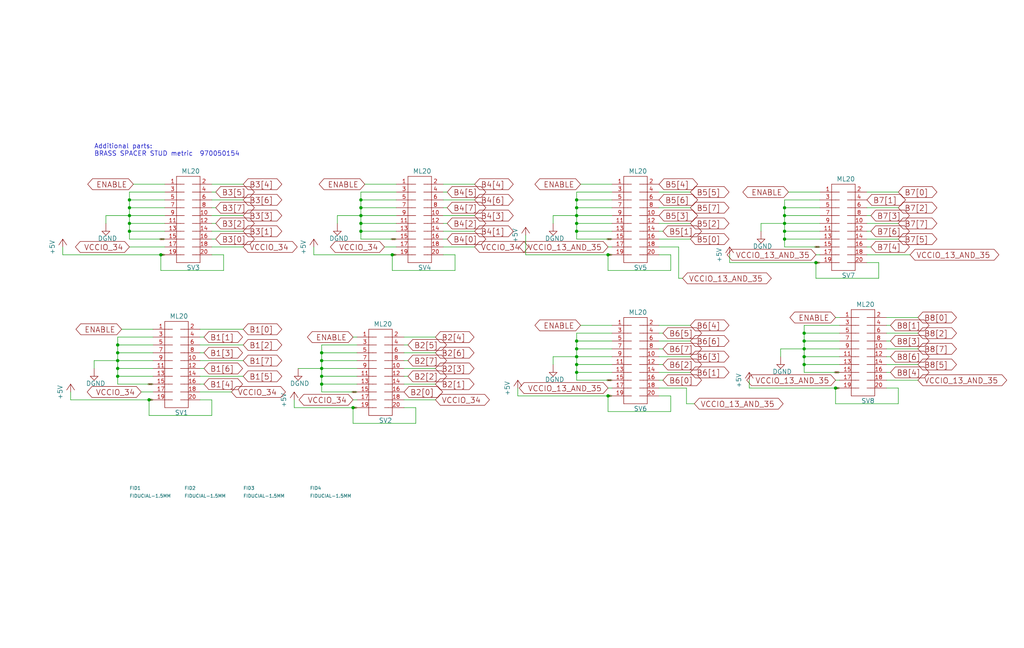
<source format=kicad_sch>
(kicad_sch
	(version 20231120)
	(generator "eeschema")
	(generator_version "8.0")
	(uuid "130a83bd-58c8-46b0-9181-f39548ec079f")
	(paper "User" 331.521 210.007)
	(lib_symbols
		(symbol "carrier-eagle-import:+5V"
			(power)
			(pin_names
				(offset 1.016)
			)
			(exclude_from_sim no)
			(in_bom yes)
			(on_board yes)
			(property "Reference" "#P+"
				(at 0 0 0)
				(effects
					(font
						(size 1.27 1.27)
					)
					(hide yes)
				)
			)
			(property "Value" "+5V"
				(at -2.54 -5.08 90)
				(effects
					(font
						(size 1.4986 1.4986)
					)
					(justify left bottom)
				)
			)
			(property "Footprint" ""
				(at 0 0 0)
				(effects
					(font
						(size 1.27 1.27)
					)
					(hide yes)
				)
			)
			(property "Datasheet" ""
				(at 0 0 0)
				(effects
					(font
						(size 1.27 1.27)
					)
					(hide yes)
				)
			)
			(property "Description" ""
				(at 0 0 0)
				(effects
					(font
						(size 1.27 1.27)
					)
					(hide yes)
				)
			)
			(property "ki_locked" ""
				(at 0 0 0)
				(effects
					(font
						(size 1.27 1.27)
					)
				)
			)
			(symbol "+5V_1_0"
				(polyline
					(pts
						(xy 0 0) (xy -1.27 -1.905)
					)
					(stroke
						(width 0)
						(type solid)
					)
					(fill
						(type none)
					)
				)
				(polyline
					(pts
						(xy 1.27 -1.905) (xy 0 0)
					)
					(stroke
						(width 0)
						(type solid)
					)
					(fill
						(type none)
					)
				)
				(pin power_in line
					(at 0 -2.54 90)
					(length 2.54)
					(name "+5V"
						(effects
							(font
								(size 0 0)
							)
						)
					)
					(number "1"
						(effects
							(font
								(size 0 0)
							)
						)
					)
				)
			)
		)
		(symbol "carrier-eagle-import:DGND"
			(power)
			(pin_names
				(offset 1.016)
			)
			(exclude_from_sim no)
			(in_bom yes)
			(on_board yes)
			(property "Reference" "#SUPPLY"
				(at 0 0 0)
				(effects
					(font
						(size 1.27 1.27)
					)
					(hide yes)
				)
			)
			(property "Value" "DGND"
				(at -2.667 -3.175 0)
				(effects
					(font
						(size 1.4986 1.4986)
					)
					(justify left bottom)
				)
			)
			(property "Footprint" ""
				(at 0 0 0)
				(effects
					(font
						(size 1.27 1.27)
					)
					(hide yes)
				)
			)
			(property "Datasheet" ""
				(at 0 0 0)
				(effects
					(font
						(size 1.27 1.27)
					)
					(hide yes)
				)
			)
			(property "Description" ""
				(at 0 0 0)
				(effects
					(font
						(size 1.27 1.27)
					)
					(hide yes)
				)
			)
			(property "ki_locked" ""
				(at 0 0 0)
				(effects
					(font
						(size 1.27 1.27)
					)
				)
			)
			(symbol "DGND_1_0"
				(polyline
					(pts
						(xy -1.27 0) (xy 1.27 0)
					)
					(stroke
						(width 0)
						(type solid)
					)
					(fill
						(type none)
					)
				)
				(polyline
					(pts
						(xy 0 -1.27) (xy -1.27 0)
					)
					(stroke
						(width 0)
						(type solid)
					)
					(fill
						(type none)
					)
				)
				(polyline
					(pts
						(xy 1.27 0) (xy 0 -1.27)
					)
					(stroke
						(width 0)
						(type solid)
					)
					(fill
						(type none)
					)
				)
				(pin power_in line
					(at 0 2.54 270)
					(length 2.54)
					(name "DGND"
						(effects
							(font
								(size 0 0)
							)
						)
					)
					(number "1"
						(effects
							(font
								(size 0 0)
							)
						)
					)
				)
			)
		)
		(symbol "carrier-eagle-import:FIDUCIAL-1.5MM"
			(pin_names
				(offset 1.016)
			)
			(exclude_from_sim no)
			(in_bom yes)
			(on_board yes)
			(property "Reference" "FID"
				(at 0 0 0)
				(effects
					(font
						(size 1.0668 1.0668)
					)
					(justify left bottom)
				)
			)
			(property "Value" "FIDUCIAL-1.5MM"
				(at 0 -2.54 0)
				(effects
					(font
						(size 1.0668 1.0668)
					)
					(justify left bottom)
				)
			)
			(property "Footprint" ""
				(at 0 0 0)
				(effects
					(font
						(size 1.27 1.27)
					)
					(hide yes)
				)
			)
			(property "Datasheet" ""
				(at 0 0 0)
				(effects
					(font
						(size 1.27 1.27)
					)
					(hide yes)
				)
			)
			(property "Description" ""
				(at 0 0 0)
				(effects
					(font
						(size 1.27 1.27)
					)
					(hide yes)
				)
			)
			(property "ki_locked" ""
				(at 0 0 0)
				(effects
					(font
						(size 1.27 1.27)
					)
				)
			)
		)
		(symbol "carrier-eagle-import:ML20"
			(pin_names
				(offset 1.016)
			)
			(exclude_from_sim no)
			(in_bom yes)
			(on_board yes)
			(property "Reference" "SV"
				(at -3.81 13.462 0)
				(effects
					(font
						(size 1.4986 1.4986)
					)
					(justify left bottom)
				)
			)
			(property "Value" "ML20"
				(at -3.81 -17.78 0)
				(effects
					(font
						(size 1.4986 1.4986)
					)
					(justify left bottom)
				)
			)
			(property "Footprint" ""
				(at 0 0 0)
				(effects
					(font
						(size 1.27 1.27)
					)
					(hide yes)
				)
			)
			(property "Datasheet" ""
				(at 0 0 0)
				(effects
					(font
						(size 1.27 1.27)
					)
					(hide yes)
				)
			)
			(property "Description" ""
				(at 0 0 0)
				(effects
					(font
						(size 1.27 1.27)
					)
					(hide yes)
				)
			)
			(property "ki_locked" ""
				(at 0 0 0)
				(effects
					(font
						(size 1.27 1.27)
					)
				)
			)
			(symbol "ML20_1_0"
				(polyline
					(pts
						(xy -3.81 12.7) (xy -3.81 -15.24)
					)
					(stroke
						(width 0)
						(type solid)
					)
					(fill
						(type none)
					)
				)
				(polyline
					(pts
						(xy -3.81 12.7) (xy 3.81 12.7)
					)
					(stroke
						(width 0)
						(type solid)
					)
					(fill
						(type none)
					)
				)
				(polyline
					(pts
						(xy -2.54 -12.7) (xy -1.27 -12.7)
					)
					(stroke
						(width 0)
						(type solid)
					)
					(fill
						(type none)
					)
				)
				(polyline
					(pts
						(xy -2.54 -10.16) (xy -1.27 -10.16)
					)
					(stroke
						(width 0)
						(type solid)
					)
					(fill
						(type none)
					)
				)
				(polyline
					(pts
						(xy -2.54 -7.62) (xy -1.27 -7.62)
					)
					(stroke
						(width 0)
						(type solid)
					)
					(fill
						(type none)
					)
				)
				(polyline
					(pts
						(xy -2.54 -5.08) (xy -1.27 -5.08)
					)
					(stroke
						(width 0)
						(type solid)
					)
					(fill
						(type none)
					)
				)
				(polyline
					(pts
						(xy -2.54 -2.54) (xy -1.27 -2.54)
					)
					(stroke
						(width 0)
						(type solid)
					)
					(fill
						(type none)
					)
				)
				(polyline
					(pts
						(xy -2.54 0) (xy -1.27 0)
					)
					(stroke
						(width 0)
						(type solid)
					)
					(fill
						(type none)
					)
				)
				(polyline
					(pts
						(xy -2.54 2.54) (xy -1.27 2.54)
					)
					(stroke
						(width 0)
						(type solid)
					)
					(fill
						(type none)
					)
				)
				(polyline
					(pts
						(xy -2.54 5.08) (xy -1.27 5.08)
					)
					(stroke
						(width 0)
						(type solid)
					)
					(fill
						(type none)
					)
				)
				(polyline
					(pts
						(xy -2.54 7.62) (xy -1.27 7.62)
					)
					(stroke
						(width 0)
						(type solid)
					)
					(fill
						(type none)
					)
				)
				(polyline
					(pts
						(xy -2.54 10.16) (xy -1.27 10.16)
					)
					(stroke
						(width 0)
						(type solid)
					)
					(fill
						(type none)
					)
				)
				(polyline
					(pts
						(xy 1.27 -12.7) (xy 2.54 -12.7)
					)
					(stroke
						(width 0)
						(type solid)
					)
					(fill
						(type none)
					)
				)
				(polyline
					(pts
						(xy 1.27 -10.16) (xy 2.54 -10.16)
					)
					(stroke
						(width 0)
						(type solid)
					)
					(fill
						(type none)
					)
				)
				(polyline
					(pts
						(xy 1.27 -7.62) (xy 2.54 -7.62)
					)
					(stroke
						(width 0)
						(type solid)
					)
					(fill
						(type none)
					)
				)
				(polyline
					(pts
						(xy 1.27 -5.08) (xy 2.54 -5.08)
					)
					(stroke
						(width 0)
						(type solid)
					)
					(fill
						(type none)
					)
				)
				(polyline
					(pts
						(xy 1.27 -2.54) (xy 2.54 -2.54)
					)
					(stroke
						(width 0)
						(type solid)
					)
					(fill
						(type none)
					)
				)
				(polyline
					(pts
						(xy 1.27 0) (xy 2.54 0)
					)
					(stroke
						(width 0)
						(type solid)
					)
					(fill
						(type none)
					)
				)
				(polyline
					(pts
						(xy 1.27 2.54) (xy 2.54 2.54)
					)
					(stroke
						(width 0)
						(type solid)
					)
					(fill
						(type none)
					)
				)
				(polyline
					(pts
						(xy 1.27 5.08) (xy 2.54 5.08)
					)
					(stroke
						(width 0)
						(type solid)
					)
					(fill
						(type none)
					)
				)
				(polyline
					(pts
						(xy 1.27 7.62) (xy 2.54 7.62)
					)
					(stroke
						(width 0)
						(type solid)
					)
					(fill
						(type none)
					)
				)
				(polyline
					(pts
						(xy 1.27 10.16) (xy 2.54 10.16)
					)
					(stroke
						(width 0)
						(type solid)
					)
					(fill
						(type none)
					)
				)
				(polyline
					(pts
						(xy 3.81 -15.24) (xy -3.81 -15.24)
					)
					(stroke
						(width 0)
						(type solid)
					)
					(fill
						(type none)
					)
				)
				(polyline
					(pts
						(xy 3.81 -15.24) (xy 3.81 12.7)
					)
					(stroke
						(width 0)
						(type solid)
					)
					(fill
						(type none)
					)
				)
				(pin passive line
					(at 7.62 -12.7 180)
					(length 5.08)
					(name "1"
						(effects
							(font
								(size 0 0)
							)
						)
					)
					(number "1"
						(effects
							(font
								(size 1.27 1.27)
							)
						)
					)
				)
				(pin passive line
					(at -7.62 -2.54 0)
					(length 5.08)
					(name "10"
						(effects
							(font
								(size 0 0)
							)
						)
					)
					(number "10"
						(effects
							(font
								(size 1.27 1.27)
							)
						)
					)
				)
				(pin passive line
					(at 7.62 0 180)
					(length 5.08)
					(name "11"
						(effects
							(font
								(size 0 0)
							)
						)
					)
					(number "11"
						(effects
							(font
								(size 1.27 1.27)
							)
						)
					)
				)
				(pin passive line
					(at -7.62 0 0)
					(length 5.08)
					(name "12"
						(effects
							(font
								(size 0 0)
							)
						)
					)
					(number "12"
						(effects
							(font
								(size 1.27 1.27)
							)
						)
					)
				)
				(pin passive line
					(at 7.62 2.54 180)
					(length 5.08)
					(name "13"
						(effects
							(font
								(size 0 0)
							)
						)
					)
					(number "13"
						(effects
							(font
								(size 1.27 1.27)
							)
						)
					)
				)
				(pin passive line
					(at -7.62 2.54 0)
					(length 5.08)
					(name "14"
						(effects
							(font
								(size 0 0)
							)
						)
					)
					(number "14"
						(effects
							(font
								(size 1.27 1.27)
							)
						)
					)
				)
				(pin passive line
					(at 7.62 5.08 180)
					(length 5.08)
					(name "15"
						(effects
							(font
								(size 0 0)
							)
						)
					)
					(number "15"
						(effects
							(font
								(size 1.27 1.27)
							)
						)
					)
				)
				(pin passive line
					(at -7.62 5.08 0)
					(length 5.08)
					(name "16"
						(effects
							(font
								(size 0 0)
							)
						)
					)
					(number "16"
						(effects
							(font
								(size 1.27 1.27)
							)
						)
					)
				)
				(pin passive line
					(at 7.62 7.62 180)
					(length 5.08)
					(name "17"
						(effects
							(font
								(size 0 0)
							)
						)
					)
					(number "17"
						(effects
							(font
								(size 1.27 1.27)
							)
						)
					)
				)
				(pin passive line
					(at -7.62 7.62 0)
					(length 5.08)
					(name "18"
						(effects
							(font
								(size 0 0)
							)
						)
					)
					(number "18"
						(effects
							(font
								(size 1.27 1.27)
							)
						)
					)
				)
				(pin passive line
					(at 7.62 10.16 180)
					(length 5.08)
					(name "19"
						(effects
							(font
								(size 0 0)
							)
						)
					)
					(number "19"
						(effects
							(font
								(size 1.27 1.27)
							)
						)
					)
				)
				(pin passive line
					(at -7.62 -12.7 0)
					(length 5.08)
					(name "2"
						(effects
							(font
								(size 0 0)
							)
						)
					)
					(number "2"
						(effects
							(font
								(size 1.27 1.27)
							)
						)
					)
				)
				(pin passive line
					(at -7.62 10.16 0)
					(length 5.08)
					(name "20"
						(effects
							(font
								(size 0 0)
							)
						)
					)
					(number "20"
						(effects
							(font
								(size 1.27 1.27)
							)
						)
					)
				)
				(pin passive line
					(at 7.62 -10.16 180)
					(length 5.08)
					(name "3"
						(effects
							(font
								(size 0 0)
							)
						)
					)
					(number "3"
						(effects
							(font
								(size 1.27 1.27)
							)
						)
					)
				)
				(pin passive line
					(at -7.62 -10.16 0)
					(length 5.08)
					(name "4"
						(effects
							(font
								(size 0 0)
							)
						)
					)
					(number "4"
						(effects
							(font
								(size 1.27 1.27)
							)
						)
					)
				)
				(pin passive line
					(at 7.62 -7.62 180)
					(length 5.08)
					(name "5"
						(effects
							(font
								(size 0 0)
							)
						)
					)
					(number "5"
						(effects
							(font
								(size 1.27 1.27)
							)
						)
					)
				)
				(pin passive line
					(at -7.62 -7.62 0)
					(length 5.08)
					(name "6"
						(effects
							(font
								(size 0 0)
							)
						)
					)
					(number "6"
						(effects
							(font
								(size 1.27 1.27)
							)
						)
					)
				)
				(pin passive line
					(at 7.62 -5.08 180)
					(length 5.08)
					(name "7"
						(effects
							(font
								(size 0 0)
							)
						)
					)
					(number "7"
						(effects
							(font
								(size 1.27 1.27)
							)
						)
					)
				)
				(pin passive line
					(at -7.62 -5.08 0)
					(length 5.08)
					(name "8"
						(effects
							(font
								(size 0 0)
							)
						)
					)
					(number "8"
						(effects
							(font
								(size 1.27 1.27)
							)
						)
					)
				)
				(pin passive line
					(at 7.62 -2.54 180)
					(length 5.08)
					(name "9"
						(effects
							(font
								(size 0 0)
							)
						)
					)
					(number "9"
						(effects
							(font
								(size 1.27 1.27)
							)
						)
					)
				)
			)
		)
	)
	(junction
		(at 104.14 119.38)
		(diameter 0)
		(color 0 0 0 0)
		(uuid "01c2f737-a056-4a78-acb0-eef10869e8f8")
	)
	(junction
		(at 38.1 114.3)
		(diameter 0)
		(color 0 0 0 0)
		(uuid "05bdda53-8272-4690-a11e-49c64750d719")
	)
	(junction
		(at 114.3 132.08)
		(diameter 0)
		(color 0 0 0 0)
		(uuid "0740d013-f1c8-46e1-91a6-cdd94884c53a")
	)
	(junction
		(at 104.14 114.3)
		(diameter 0)
		(color 0 0 0 0)
		(uuid "09610647-c8f6-43f0-b18f-c3141f00c669")
	)
	(junction
		(at 41.91 72.39)
		(diameter 0)
		(color 0 0 0 0)
		(uuid "0a52ba85-62a4-4e2a-a9dd-40ab74786107")
	)
	(junction
		(at 186.69 67.31)
		(diameter 0)
		(color 0 0 0 0)
		(uuid "0dd80062-a622-4524-a50b-ac38b660dcc5")
	)
	(junction
		(at 186.69 118.11)
		(diameter 0)
		(color 0 0 0 0)
		(uuid "1b3c95ea-04f9-4b6e-979b-ca295b5a9965")
	)
	(junction
		(at 48.26 129.54)
		(diameter 0)
		(color 0 0 0 0)
		(uuid "1d654785-b08d-4b6b-8b66-5f935ff4076b")
	)
	(junction
		(at 254 72.39)
		(diameter 0)
		(color 0 0 0 0)
		(uuid "1e7ff9a1-45cc-4208-8915-cdcc71f6dedd")
	)
	(junction
		(at 41.91 67.31)
		(diameter 0)
		(color 0 0 0 0)
		(uuid "1f46bf15-d282-4a04-88a9-95d569417e0a")
	)
	(junction
		(at 260.35 113.03)
		(diameter 0)
		(color 0 0 0 0)
		(uuid "20d90552-0957-442f-af0f-0bd43a405f99")
	)
	(junction
		(at 104.14 124.46)
		(diameter 0)
		(color 0 0 0 0)
		(uuid "224ea678-0c05-4460-a5c4-c168e932053f")
	)
	(junction
		(at 260.35 115.57)
		(diameter 0)
		(color 0 0 0 0)
		(uuid "23563e32-c30e-4845-a6a5-e21d9e905f7c")
	)
	(junction
		(at 196.85 82.55)
		(diameter 0)
		(color 0 0 0 0)
		(uuid "2b18adb4-3022-4b58-a152-47075ae7dbc6")
	)
	(junction
		(at 116.84 69.85)
		(diameter 0)
		(color 0 0 0 0)
		(uuid "2daad962-9979-4434-a2de-c42751ba4821")
	)
	(junction
		(at 116.84 74.93)
		(diameter 0)
		(color 0 0 0 0)
		(uuid "32d85546-8511-47a0-8f5e-0dfaf5e6ece3")
	)
	(junction
		(at 260.35 110.49)
		(diameter 0)
		(color 0 0 0 0)
		(uuid "33ed44b7-2802-412b-9a27-c4f9e1bf034a")
	)
	(junction
		(at 260.35 118.11)
		(diameter 0)
		(color 0 0 0 0)
		(uuid "3562ceb2-d4a8-4e02-92c7-4932be879201")
	)
	(junction
		(at 41.91 69.85)
		(diameter 0)
		(color 0 0 0 0)
		(uuid "36e37e3a-9d70-4363-bf18-42ca790daf6f")
	)
	(junction
		(at 186.69 72.39)
		(diameter 0)
		(color 0 0 0 0)
		(uuid "44dfbb36-ce67-4af4-957c-a2790c800fcd")
	)
	(junction
		(at 116.84 67.31)
		(diameter 0)
		(color 0 0 0 0)
		(uuid "48db5851-ba67-46f1-89f5-fe3053d31f34")
	)
	(junction
		(at 41.91 64.77)
		(diameter 0)
		(color 0 0 0 0)
		(uuid "49a3d206-e260-41d0-bb3b-c5c265a6be1a")
	)
	(junction
		(at 186.69 69.85)
		(diameter 0)
		(color 0 0 0 0)
		(uuid "507b2b47-5b15-4460-a4d1-75e56607258d")
	)
	(junction
		(at 104.14 116.84)
		(diameter 0)
		(color 0 0 0 0)
		(uuid "5b44d51f-f799-495c-8312-dc66384d3934")
	)
	(junction
		(at 41.91 74.93)
		(diameter 0)
		(color 0 0 0 0)
		(uuid "60b40fcb-438d-41cd-b8de-d2c912c12bb5")
	)
	(junction
		(at 52.07 82.55)
		(diameter 0)
		(color 0 0 0 0)
		(uuid "65e6edcf-906d-4593-86d5-99aae2651358")
	)
	(junction
		(at 186.69 120.65)
		(diameter 0)
		(color 0 0 0 0)
		(uuid "6aef2510-7b0f-4199-b380-d64b80f95f08")
	)
	(junction
		(at 186.69 110.49)
		(diameter 0)
		(color 0 0 0 0)
		(uuid "7213d9be-67b8-4da2-828e-c3a14bac157f")
	)
	(junction
		(at 186.69 74.93)
		(diameter 0)
		(color 0 0 0 0)
		(uuid "7422f93e-3386-4c24-8308-aaa801823e92")
	)
	(junction
		(at 38.1 121.92)
		(diameter 0)
		(color 0 0 0 0)
		(uuid "7cff9ff2-4635-4b53-b78d-240ef8ac6ab0")
	)
	(junction
		(at 116.84 64.77)
		(diameter 0)
		(color 0 0 0 0)
		(uuid "a67f3ca5-7e07-4b42-92ad-53c813b5e406")
	)
	(junction
		(at 38.1 116.84)
		(diameter 0)
		(color 0 0 0 0)
		(uuid "ae138d4d-3ed1-458b-8545-eb3c5a112b62")
	)
	(junction
		(at 254 77.47)
		(diameter 0)
		(color 0 0 0 0)
		(uuid "baf1c88f-e94a-47e3-8980-363f71d89f97")
	)
	(junction
		(at 254 67.31)
		(diameter 0)
		(color 0 0 0 0)
		(uuid "bd3ee6b8-c76d-4e64-b1b3-53ae048f6f02")
	)
	(junction
		(at 270.51 125.73)
		(diameter 0)
		(color 0 0 0 0)
		(uuid "c36ad156-2d3b-449e-924e-cad7303a925b")
	)
	(junction
		(at 38.1 111.76)
		(diameter 0)
		(color 0 0 0 0)
		(uuid "c4e1832e-c400-4c4c-949f-e9ffaabb9a33")
	)
	(junction
		(at 38.1 119.38)
		(diameter 0)
		(color 0 0 0 0)
		(uuid "cddb2d84-bafe-4874-9020-868023e15cb0")
	)
	(junction
		(at 260.35 107.95)
		(diameter 0)
		(color 0 0 0 0)
		(uuid "d3d3f04d-6231-4e3c-aa27-ffc81678fe96")
	)
	(junction
		(at 186.69 64.77)
		(diameter 0)
		(color 0 0 0 0)
		(uuid "d6fa7f9a-8dad-46c8-a269-9ac0c10ac23d")
	)
	(junction
		(at 104.14 121.92)
		(diameter 0)
		(color 0 0 0 0)
		(uuid "da78b733-2157-443a-a80e-6f645ab2c0ed")
	)
	(junction
		(at 127 82.55)
		(diameter 0)
		(color 0 0 0 0)
		(uuid "de9d7f67-32b8-4d6e-93b2-c33fcc70f6dc")
	)
	(junction
		(at 254 74.93)
		(diameter 0)
		(color 0 0 0 0)
		(uuid "e531d394-6bd0-43ac-a220-262dd05b5a00")
	)
	(junction
		(at 264.16 85.09)
		(diameter 0)
		(color 0 0 0 0)
		(uuid "e77b2a86-9f95-4b32-97de-f2febd81f54e")
	)
	(junction
		(at 196.85 128.27)
		(diameter 0)
		(color 0 0 0 0)
		(uuid "f258e0cc-39f5-4a91-97ea-af31a03cbdcf")
	)
	(junction
		(at 116.84 72.39)
		(diameter 0)
		(color 0 0 0 0)
		(uuid "f700da16-1c94-4e53-badb-8a007b5e1921")
	)
	(junction
		(at 186.69 113.03)
		(diameter 0)
		(color 0 0 0 0)
		(uuid "f9ccc706-75b2-40ee-bcc6-7aac13a5eadb")
	)
	(junction
		(at 254 69.85)
		(diameter 0)
		(color 0 0 0 0)
		(uuid "fdfec4eb-332f-4c0e-aee9-0a54d116e100")
	)
	(junction
		(at 186.69 115.57)
		(diameter 0)
		(color 0 0 0 0)
		(uuid "feffa331-0105-494d-87de-623a28f3c8aa")
	)
	(wire
		(pts
			(xy 186.69 74.93) (xy 198.12 74.93)
		)
		(stroke
			(width 0)
			(type default)
		)
		(uuid "0028cdc2-3fed-49b4-a0e1-39ac95ced5d2")
	)
	(wire
		(pts
			(xy 104.14 114.3) (xy 104.14 116.84)
		)
		(stroke
			(width 0)
			(type default)
		)
		(uuid "0103e4d5-be2a-4fca-97ee-21baa32b1e63")
	)
	(wire
		(pts
			(xy 265.43 80.01) (xy 254 80.01)
		)
		(stroke
			(width 0)
			(type default)
		)
		(uuid "01253193-75d6-414c-9917-e5fec2005b08")
	)
	(wire
		(pts
			(xy 280.67 82.55) (xy 294.64 82.55)
		)
		(stroke
			(width 0)
			(type default)
		)
		(uuid "01518c80-43b9-4e22-87cf-2bc7cc092f67")
	)
	(wire
		(pts
			(xy 48.26 134.62) (xy 48.26 129.54)
		)
		(stroke
			(width 0)
			(type default)
		)
		(uuid "03358c1a-d78a-48f8-885a-befd55a05e34")
	)
	(wire
		(pts
			(xy 41.91 77.47) (xy 41.91 74.93)
		)
		(stroke
			(width 0)
			(type default)
		)
		(uuid "036c1b5f-7eb0-490c-a26d-c27a888d0e1f")
	)
	(wire
		(pts
			(xy 196.85 128.27) (xy 167.64 128.27)
		)
		(stroke
			(width 0)
			(type default)
		)
		(uuid "04e6be4a-61af-4a85-b4c7-5b0fff4e9471")
	)
	(wire
		(pts
			(xy 41.91 64.77) (xy 41.91 67.31)
		)
		(stroke
			(width 0)
			(type default)
		)
		(uuid "04f5c796-1af8-4a5c-b349-89eeb6b17949")
	)
	(wire
		(pts
			(xy 198.12 69.85) (xy 186.69 69.85)
		)
		(stroke
			(width 0)
			(type default)
		)
		(uuid "05b2d22a-2364-4879-96ee-c48bc8084db4")
	)
	(wire
		(pts
			(xy 271.78 105.41) (xy 260.35 105.41)
		)
		(stroke
			(width 0)
			(type default)
		)
		(uuid "06d8a0b6-1478-4584-8f82-ea49de3d3443")
	)
	(wire
		(pts
			(xy 53.34 72.39) (xy 41.91 72.39)
		)
		(stroke
			(width 0)
			(type default)
		)
		(uuid "0750ddcc-1ba6-469d-a495-9a56809e2c5d")
	)
	(wire
		(pts
			(xy 213.36 74.93) (xy 214.63 74.93)
		)
		(stroke
			(width 0)
			(type default)
		)
		(uuid "076360ba-aa66-43a8-bdc7-67fd4d0da755")
	)
	(wire
		(pts
			(xy 290.83 125.73) (xy 290.83 130.81)
		)
		(stroke
			(width 0)
			(type default)
		)
		(uuid "07786487-ee36-4e2f-ad2b-6dd6b5b8dc19")
	)
	(wire
		(pts
			(xy 143.51 74.93) (xy 153.67 74.93)
		)
		(stroke
			(width 0)
			(type default)
		)
		(uuid "0850a383-d371-495a-b919-5481873c87e7")
	)
	(wire
		(pts
			(xy 196.85 80.01) (xy 198.12 80.01)
		)
		(stroke
			(width 0)
			(type default)
		)
		(uuid "09e3e57c-a031-409e-978c-9cf210ed4ca4")
	)
	(wire
		(pts
			(xy 213.36 82.55) (xy 217.17 82.55)
		)
		(stroke
			(width 0)
			(type default)
		)
		(uuid "09ff5ea4-bf3e-48ef-8aeb-0f2b4e746197")
	)
	(wire
		(pts
			(xy 198.12 113.03) (xy 186.69 113.03)
		)
		(stroke
			(width 0)
			(type default)
		)
		(uuid "0bd7116e-6638-4e17-ad79-767781809973")
	)
	(wire
		(pts
			(xy 52.07 82.55) (xy 20.32 82.55)
		)
		(stroke
			(width 0)
			(type default)
		)
		(uuid "0e759fdd-6d11-430c-9c00-0679919bd001")
	)
	(wire
		(pts
			(xy 41.91 69.85) (xy 34.29 69.85)
		)
		(stroke
			(width 0)
			(type default)
		)
		(uuid "11da6e5d-5373-464c-9cf5-a76ca7293795")
	)
	(wire
		(pts
			(xy 167.64 128.27) (xy 167.64 125.73)
		)
		(stroke
			(width 0)
			(type default)
		)
		(uuid "12fca7d3-acf1-4f4d-9196-042f7278d883")
	)
	(wire
		(pts
			(xy 271.78 120.65) (xy 260.35 120.65)
		)
		(stroke
			(width 0)
			(type default)
		)
		(uuid "13822301-2904-42a8-8abd-49082d6f45c0")
	)
	(wire
		(pts
			(xy 186.69 107.95) (xy 186.69 110.49)
		)
		(stroke
			(width 0)
			(type default)
		)
		(uuid "13e5a207-b0e1-44a2-a195-b01a92c05d95")
	)
	(wire
		(pts
			(xy 104.14 119.38) (xy 96.52 119.38)
		)
		(stroke
			(width 0)
			(type default)
		)
		(uuid "14bc0c63-a17e-4277-900a-e50b2aba1f54")
	)
	(wire
		(pts
			(xy 64.77 111.76) (xy 78.74 111.76)
		)
		(stroke
			(width 0)
			(type default)
		)
		(uuid "14c852a6-3b41-401e-bc0f-0f0092e5db06")
	)
	(wire
		(pts
			(xy 254 64.77) (xy 254 67.31)
		)
		(stroke
			(width 0)
			(type default)
		)
		(uuid "1545e748-071f-497d-9fa1-7730ff791b4d")
	)
	(wire
		(pts
			(xy 53.34 59.69) (xy 43.18 59.69)
		)
		(stroke
			(width 0)
			(type default)
		)
		(uuid "16163186-c783-41b2-9c78-ed0f1f8b6059")
	)
	(wire
		(pts
			(xy 260.35 120.65) (xy 260.35 118.11)
		)
		(stroke
			(width 0)
			(type default)
		)
		(uuid "16326334-fa1d-487e-a2ea-7972b37986bd")
	)
	(wire
		(pts
			(xy 284.48 85.09) (xy 284.48 90.17)
		)
		(stroke
			(width 0)
			(type default)
		)
		(uuid "17b96b28-584e-4db8-b017-b05958a7842e")
	)
	(wire
		(pts
			(xy 116.84 67.31) (xy 116.84 69.85)
		)
		(stroke
			(width 0)
			(type default)
		)
		(uuid "18b048a6-1ccf-49ae-b7d2-dec3c5b5cda6")
	)
	(wire
		(pts
			(xy 196.85 133.35) (xy 196.85 128.27)
		)
		(stroke
			(width 0)
			(type default)
		)
		(uuid "193b5708-3e53-4b85-90c9-7c9054fd8df4")
	)
	(wire
		(pts
			(xy 49.53 106.68) (xy 39.37 106.68)
		)
		(stroke
			(width 0)
			(type default)
		)
		(uuid "1ad0e34f-913e-408a-a4e7-5788f781f7e0")
	)
	(wire
		(pts
			(xy 101.6 82.55) (xy 101.6 80.01)
		)
		(stroke
			(width 0)
			(type default)
		)
		(uuid "1bcfaffd-1b23-4ea4-b291-2deac6c74a84")
	)
	(wire
		(pts
			(xy 128.27 59.69) (xy 118.11 59.69)
		)
		(stroke
			(width 0)
			(type default)
		)
		(uuid "1c1dabd5-b270-4b28-b072-a5b55a2debc5")
	)
	(wire
		(pts
			(xy 219.71 90.17) (xy 219.71 80.01)
		)
		(stroke
			(width 0)
			(type default)
		)
		(uuid "1dc08164-d4dc-4238-8a72-30377265049a")
	)
	(wire
		(pts
			(xy 53.34 67.31) (xy 41.91 67.31)
		)
		(stroke
			(width 0)
			(type default)
		)
		(uuid "1e9c0a12-102d-4671-a569-20b0942ff8db")
	)
	(wire
		(pts
			(xy 186.69 77.47) (xy 186.69 74.93)
		)
		(stroke
			(width 0)
			(type default)
		)
		(uuid "1edf01e9-3af1-4f03-86be-d04dfafa116c")
	)
	(wire
		(pts
			(xy 224.79 130.81) (xy 222.25 130.81)
		)
		(stroke
			(width 0)
			(type default)
		)
		(uuid "1f9c4405-2ece-4dd8-b804-ce4de5399050")
	)
	(wire
		(pts
			(xy 260.35 110.49) (xy 260.35 113.03)
		)
		(stroke
			(width 0)
			(type default)
		)
		(uuid "20b0890c-9696-403c-a94b-36940f83ab93")
	)
	(wire
		(pts
			(xy 116.84 62.23) (xy 116.84 64.77)
		)
		(stroke
			(width 0)
			(type default)
		)
		(uuid "221dc48a-2209-4473-be7f-5ddec34fcb56")
	)
	(wire
		(pts
			(xy 260.35 113.03) (xy 252.73 113.03)
		)
		(stroke
			(width 0)
			(type default)
		)
		(uuid "22264456-a3e9-4870-a460-60ba295c692e")
	)
	(wire
		(pts
			(xy 270.51 125.73) (xy 242.57 125.73)
		)
		(stroke
			(width 0)
			(type default)
		)
		(uuid "23d62180-ed4e-4318-a064-414fc2ca792b")
	)
	(wire
		(pts
			(xy 265.43 67.31) (xy 254 67.31)
		)
		(stroke
			(width 0)
			(type default)
		)
		(uuid "248a86d5-ec77-4d43-8a98-65d9b717b176")
	)
	(wire
		(pts
			(xy 49.53 116.84) (xy 38.1 116.84)
		)
		(stroke
			(width 0)
			(type default)
		)
		(uuid "27d88d36-ac04-43c0-a169-13cd28b9f89c")
	)
	(wire
		(pts
			(xy 130.81 111.76) (xy 132.08 111.76)
		)
		(stroke
			(width 0)
			(type default)
		)
		(uuid "27feb326-b186-4ab2-9b67-8a34c3d5a5f6")
	)
	(wire
		(pts
			(xy 220.98 90.17) (xy 219.71 90.17)
		)
		(stroke
			(width 0)
			(type default)
		)
		(uuid "283bfd74-5acd-4cb8-bfce-0a1a11852333")
	)
	(wire
		(pts
			(xy 115.57 129.54) (xy 114.3 129.54)
		)
		(stroke
			(width 0)
			(type default)
		)
		(uuid "2c023981-d896-4dc6-a5a8-d4951e5e5bb1")
	)
	(wire
		(pts
			(xy 38.1 114.3) (xy 38.1 116.84)
		)
		(stroke
			(width 0)
			(type default)
		)
		(uuid "2c22d404-c2d5-4825-8ad5-e814a1879ee9")
	)
	(wire
		(pts
			(xy 252.73 113.03) (xy 252.73 115.57)
		)
		(stroke
			(width 0)
			(type default)
		)
		(uuid "2daea2e9-cb44-42d0-822b-55ec866f924f")
	)
	(wire
		(pts
			(xy 130.81 116.84) (xy 132.08 116.84)
		)
		(stroke
			(width 0)
			(type default)
		)
		(uuid "2ee967de-b426-4a6d-9804-fa48d1a71251")
	)
	(wire
		(pts
			(xy 114.3 137.16) (xy 114.3 132.08)
		)
		(stroke
			(width 0)
			(type default)
		)
		(uuid "2f3f5c09-9d07-450f-a0fc-b40b11ed19e9")
	)
	(wire
		(pts
			(xy 115.57 114.3) (xy 104.14 114.3)
		)
		(stroke
			(width 0)
			(type default)
		)
		(uuid "2f803e9b-48ed-4db9-8e97-0f5721584eb0")
	)
	(wire
		(pts
			(xy 134.62 132.08) (xy 134.62 137.16)
		)
		(stroke
			(width 0)
			(type default)
		)
		(uuid "314c8b6d-020e-4fcd-a28d-27203e918d0a")
	)
	(wire
		(pts
			(xy 198.12 123.19) (xy 186.69 123.19)
		)
		(stroke
			(width 0)
			(type default)
		)
		(uuid "32fa6e7d-a717-4808-82ee-6cc15ad086d0")
	)
	(wire
		(pts
			(xy 143.51 62.23) (xy 144.78 62.23)
		)
		(stroke
			(width 0)
			(type default)
		)
		(uuid "3356f35f-2070-4677-b662-a83261d1fa10")
	)
	(wire
		(pts
			(xy 280.67 67.31) (xy 290.83 67.31)
		)
		(stroke
			(width 0)
			(type default)
		)
		(uuid "34184467-00db-4095-aaa2-198b4be7b0a3")
	)
	(wire
		(pts
			(xy 213.36 110.49) (xy 223.52 110.49)
		)
		(stroke
			(width 0)
			(type default)
		)
		(uuid "344ee14b-01ff-43b9-baef-25ca9ec94249")
	)
	(wire
		(pts
			(xy 68.58 129.54) (xy 68.58 134.62)
		)
		(stroke
			(width 0)
			(type default)
		)
		(uuid "34544f0c-8564-4c4d-8fff-933122d8688f")
	)
	(wire
		(pts
			(xy 186.69 67.31) (xy 186.69 69.85)
		)
		(stroke
			(width 0)
			(type default)
		)
		(uuid "34e0285b-baed-4ed2-985f-5f26f02f1a88")
	)
	(wire
		(pts
			(xy 246.38 72.39) (xy 246.38 74.93)
		)
		(stroke
			(width 0)
			(type default)
		)
		(uuid "36234bb4-2531-486f-9077-dbbece293fa2")
	)
	(wire
		(pts
			(xy 64.77 119.38) (xy 66.04 119.38)
		)
		(stroke
			(width 0)
			(type default)
		)
		(uuid "36f2fefa-b96d-4d73-9318-7e2f10bcd481")
	)
	(wire
		(pts
			(xy 287.02 113.03) (xy 297.18 113.03)
		)
		(stroke
			(width 0)
			(type default)
		)
		(uuid "3720bc83-a200-4b9e-992f-e320936c8345")
	)
	(wire
		(pts
			(xy 186.69 110.49) (xy 186.69 113.03)
		)
		(stroke
			(width 0)
			(type default)
		)
		(uuid "37360a8c-f87c-456e-8893-167e8e9ab7ac")
	)
	(wire
		(pts
			(xy 198.12 82.55) (xy 196.85 82.55)
		)
		(stroke
			(width 0)
			(type default)
		)
		(uuid "378ce904-ba87-4da3-a432-b2c1b6006964")
	)
	(wire
		(pts
			(xy 115.57 132.08) (xy 114.3 132.08)
		)
		(stroke
			(width 0)
			(type default)
		)
		(uuid "3b62157c-a6e5-4cd4-acb2-73339df0857f")
	)
	(wire
		(pts
			(xy 64.77 124.46) (xy 66.04 124.46)
		)
		(stroke
			(width 0)
			(type default)
		)
		(uuid "3c29bd01-3748-4285-8da4-7d65ab4bf4a6")
	)
	(wire
		(pts
			(xy 38.1 116.84) (xy 30.48 116.84)
		)
		(stroke
			(width 0)
			(type default)
		)
		(uuid "3c2e2ca9-82c7-41e4-9768-2a91bb867d7f")
	)
	(wire
		(pts
			(xy 222.25 130.81) (xy 222.25 125.73)
		)
		(stroke
			(width 0)
			(type default)
		)
		(uuid "3c4adf4f-67df-4cf3-add6-7eef0a08ff91")
	)
	(wire
		(pts
			(xy 72.39 82.55) (xy 72.39 87.63)
		)
		(stroke
			(width 0)
			(type default)
		)
		(uuid "3e356a2f-606c-46d9-bc98-842d766a3030")
	)
	(wire
		(pts
			(xy 196.85 87.63) (xy 196.85 82.55)
		)
		(stroke
			(width 0)
			(type default)
		)
		(uuid "3fd85711-3350-4dee-b892-777e1b93994d")
	)
	(wire
		(pts
			(xy 143.51 80.01) (xy 153.67 80.01)
		)
		(stroke
			(width 0)
			(type default)
		)
		(uuid "40cf2902-b835-4b5c-92b7-8a0c9c93d8b1")
	)
	(wire
		(pts
			(xy 49.53 114.3) (xy 38.1 114.3)
		)
		(stroke
			(width 0)
			(type default)
		)
		(uuid "44ee4a91-a748-4843-b6db-4363613d0487")
	)
	(wire
		(pts
			(xy 290.83 130.81) (xy 270.51 130.81)
		)
		(stroke
			(width 0)
			(type default)
		)
		(uuid "46010010-1f50-4364-adaf-af75c37a7879")
	)
	(wire
		(pts
			(xy 287.02 123.19) (xy 297.18 123.19)
		)
		(stroke
			(width 0)
			(type default)
		)
		(uuid "4645cce0-0d91-423b-a3a8-a98f1430d9a9")
	)
	(wire
		(pts
			(xy 68.58 59.69) (xy 78.74 59.69)
		)
		(stroke
			(width 0)
			(type default)
		)
		(uuid "478d121a-d3a7-491d-9dc0-0c5f9eef9e8f")
	)
	(wire
		(pts
			(xy 213.36 77.47) (xy 223.52 77.47)
		)
		(stroke
			(width 0)
			(type default)
		)
		(uuid "481f8018-29a6-4fcd-aa7b-b5912bcc7b28")
	)
	(wire
		(pts
			(xy 22.86 129.54) (xy 22.86 127)
		)
		(stroke
			(width 0)
			(type default)
		)
		(uuid "4a6348f2-60e0-4ec1-8d27-c4b41c27a607")
	)
	(wire
		(pts
			(xy 64.77 116.84) (xy 78.74 116.84)
		)
		(stroke
			(width 0)
			(type default)
		)
		(uuid "4b1d5618-8bfb-40ce-b347-a2cf3a4c6157")
	)
	(wire
		(pts
			(xy 186.69 69.85) (xy 179.07 69.85)
		)
		(stroke
			(width 0)
			(type default)
		)
		(uuid "4b303f5e-8f08-462a-986d-6cbc249c4ddf")
	)
	(wire
		(pts
			(xy 265.43 82.55) (xy 264.16 82.55)
		)
		(stroke
			(width 0)
			(type default)
		)
		(uuid "4c2a16ad-7539-4538-9c31-6e4a48199bd7")
	)
	(wire
		(pts
			(xy 254 80.01) (xy 254 77.47)
		)
		(stroke
			(width 0)
			(type default)
		)
		(uuid "4d25bc2d-9740-4b58-b43c-2b4938392c48")
	)
	(wire
		(pts
			(xy 280.67 62.23) (xy 290.83 62.23)
		)
		(stroke
			(width 0)
			(type default)
		)
		(uuid "4db2c0f1-14e7-430f-9806-1251f8d641e2")
	)
	(wire
		(pts
			(xy 38.1 124.46) (xy 38.1 121.92)
		)
		(stroke
			(width 0)
			(type default)
		)
		(uuid "4ea4c953-9dd3-4d99-ae99-0def7eb36cf0")
	)
	(wire
		(pts
			(xy 287.02 120.65) (xy 288.29 120.65)
		)
		(stroke
			(width 0)
			(type default)
		)
		(uuid "4fb97c99-3a8a-4e85-b3e2-3067f3787260")
	)
	(wire
		(pts
			(xy 68.58 67.31) (xy 69.85 67.31)
		)
		(stroke
			(width 0)
			(type default)
		)
		(uuid "518fb147-85df-42e7-b0bc-c10cab4b199c")
	)
	(wire
		(pts
			(xy 130.81 121.92) (xy 132.08 121.92)
		)
		(stroke
			(width 0)
			(type default)
		)
		(uuid "563c65f6-4ccb-409d-bfa4-85caf10ba7c3")
	)
	(wire
		(pts
			(xy 116.84 69.85) (xy 116.84 72.39)
		)
		(stroke
			(width 0)
			(type default)
		)
		(uuid "56e72cef-929f-4fb1-8683-323dc76a1d19")
	)
	(wire
		(pts
			(xy 64.77 127) (xy 74.93 127)
		)
		(stroke
			(width 0)
			(type default)
		)
		(uuid "57653f54-163b-42a9-86d3-1d6a5005e83c")
	)
	(wire
		(pts
			(xy 68.58 69.85) (xy 78.74 69.85)
		)
		(stroke
			(width 0)
			(type default)
		)
		(uuid "582a723e-1526-4156-9c54-c2e99a736064")
	)
	(wire
		(pts
			(xy 217.17 128.27) (xy 217.17 133.35)
		)
		(stroke
			(width 0)
			(type default)
		)
		(uuid "583700f0-1f86-4bda-bc17-1e1002c7ff1c")
	)
	(wire
		(pts
			(xy 270.51 130.81) (xy 270.51 125.73)
		)
		(stroke
			(width 0)
			(type default)
		)
		(uuid "5880ca30-2d75-4b40-bbe6-deb5be4b3125")
	)
	(wire
		(pts
			(xy 143.51 69.85) (xy 153.67 69.85)
		)
		(stroke
			(width 0)
			(type default)
		)
		(uuid "589ecf35-59b1-41ee-94f6-0713191f308e")
	)
	(wire
		(pts
			(xy 198.12 118.11) (xy 186.69 118.11)
		)
		(stroke
			(width 0)
			(type default)
		)
		(uuid "5944c6a4-b287-450f-a9e5-bd33b1217758")
	)
	(wire
		(pts
			(xy 53.34 64.77) (xy 41.91 64.77)
		)
		(stroke
			(width 0)
			(type default)
		)
		(uuid "5957ca59-de92-41e5-8935-b3c0190e5885")
	)
	(wire
		(pts
			(xy 213.36 123.19) (xy 214.63 123.19)
		)
		(stroke
			(width 0)
			(type default)
		)
		(uuid "5a89eff8-ecbd-4d10-ab76-44dfc78a1804")
	)
	(wire
		(pts
			(xy 280.67 69.85) (xy 281.94 69.85)
		)
		(stroke
			(width 0)
			(type default)
		)
		(uuid "5aaf3cff-a8fe-40ea-b9ec-baabd43e4d66")
	)
	(wire
		(pts
			(xy 52.07 87.63) (xy 52.07 82.55)
		)
		(stroke
			(width 0)
			(type default)
		)
		(uuid "5c2b02b7-410a-43f1-a622-8739754b101b")
	)
	(wire
		(pts
			(xy 143.51 59.69) (xy 153.67 59.69)
		)
		(stroke
			(width 0)
			(type default)
		)
		(uuid "5cdcf537-b6b5-4ce3-b3a2-26bd8a5b1a75")
	)
	(wire
		(pts
			(xy 72.39 87.63) (xy 52.07 87.63)
		)
		(stroke
			(width 0)
			(type default)
		)
		(uuid "5d4d2be5-3543-4f42-84d3-7504c2653831")
	)
	(wire
		(pts
			(xy 49.53 111.76) (xy 38.1 111.76)
		)
		(stroke
			(width 0)
			(type default)
		)
		(uuid "5db0e44f-0496-4eaf-ac9d-87d17e2a027d")
	)
	(wire
		(pts
			(xy 213.36 125.73) (xy 222.25 125.73)
		)
		(stroke
			(width 0)
			(type default)
		)
		(uuid "60683eaf-f8b3-4222-8b25-b1439bdb9233")
	)
	(wire
		(pts
			(xy 186.69 123.19) (xy 186.69 120.65)
		)
		(stroke
			(width 0)
			(type default)
		)
		(uuid "61ed6565-a8ad-4aef-a015-63a3206e3882")
	)
	(wire
		(pts
			(xy 49.53 124.46) (xy 38.1 124.46)
		)
		(stroke
			(width 0)
			(type default)
		)
		(uuid "62028c41-2bf9-4b11-8ef2-bb66beb6bc55")
	)
	(wire
		(pts
			(xy 68.58 82.55) (xy 72.39 82.55)
		)
		(stroke
			(width 0)
			(type default)
		)
		(uuid "627c03bc-7f57-460c-a459-3899470a7c44")
	)
	(wire
		(pts
			(xy 68.58 62.23) (xy 69.85 62.23)
		)
		(stroke
			(width 0)
			(type default)
		)
		(uuid "65a4f7fc-2a9f-414a-a228-327c7798daf1")
	)
	(wire
		(pts
			(xy 213.36 67.31) (xy 223.52 67.31)
		)
		(stroke
			(width 0)
			(type default)
		)
		(uuid "65f30d73-d075-4fdf-8bf8-e16b6c64a94a")
	)
	(wire
		(pts
			(xy 271.78 115.57) (xy 260.35 115.57)
		)
		(stroke
			(width 0)
			(type default)
		)
		(uuid "6645e6c0-fd0c-4d69-aa59-75a429ddce3e")
	)
	(wire
		(pts
			(xy 53.34 82.55) (xy 52.07 82.55)
		)
		(stroke
			(width 0)
			(type default)
		)
		(uuid "6695c08d-94f0-41b2-bce6-03ca93552319")
	)
	(wire
		(pts
			(xy 217.17 87.63) (xy 196.85 87.63)
		)
		(stroke
			(width 0)
			(type default)
		)
		(uuid "67533044-8e86-49a4-aca4-8abcb90d8ae1")
	)
	(wire
		(pts
			(xy 143.51 82.55) (xy 147.32 82.55)
		)
		(stroke
			(width 0)
			(type default)
		)
		(uuid "67e87475-6ba9-43d5-ac3d-640dfcb558a2")
	)
	(wire
		(pts
			(xy 49.53 109.22) (xy 38.1 109.22)
		)
		(stroke
			(width 0)
			(type default)
		)
		(uuid "6a40f733-6cac-4ecf-a071-d802b30e022d")
	)
	(wire
		(pts
			(xy 271.78 113.03) (xy 260.35 113.03)
		)
		(stroke
			(width 0)
			(type default)
		)
		(uuid "6b551579-3d68-4c5d-a2d2-ae937cccb8ca")
	)
	(wire
		(pts
			(xy 265.43 72.39) (xy 254 72.39)
		)
		(stroke
			(width 0)
			(type default)
		)
		(uuid "6c381265-b40b-47ca-ae81-e868f392b33f")
	)
	(wire
		(pts
			(xy 213.36 80.01) (xy 219.71 80.01)
		)
		(stroke
			(width 0)
			(type default)
		)
		(uuid "6dcd212d-70ad-4622-a776-574e8edebeb4")
	)
	(wire
		(pts
			(xy 198.12 67.31) (xy 186.69 67.31)
		)
		(stroke
			(width 0)
			(type default)
		)
		(uuid "6e30cc94-7cd0-4e03-ba8f-620360e7b6fd")
	)
	(wire
		(pts
			(xy 280.67 74.93) (xy 281.94 74.93)
		)
		(stroke
			(width 0)
			(type default)
		)
		(uuid "6f276416-709d-4bcd-9c56-43dc400cc0cf")
	)
	(wire
		(pts
			(xy 128.27 64.77) (xy 116.84 64.77)
		)
		(stroke
			(width 0)
			(type default)
		)
		(uuid "6f69b910-68ab-48e2-93c6-4637b553632e")
	)
	(wire
		(pts
			(xy 53.34 62.23) (xy 41.91 62.23)
		)
		(stroke
			(width 0)
			(type default)
		)
		(uuid "7056fabc-d9aa-41cd-aebe-110155a52000")
	)
	(wire
		(pts
			(xy 49.53 129.54) (xy 48.26 129.54)
		)
		(stroke
			(width 0)
			(type default)
		)
		(uuid "71f3b412-8555-4bdf-853d-8b62d4714e7c")
	)
	(wire
		(pts
			(xy 38.1 116.84) (xy 38.1 119.38)
		)
		(stroke
			(width 0)
			(type default)
		)
		(uuid "71fdc9e2-f607-4164-8785-6cf16b7d30d6")
	)
	(wire
		(pts
			(xy 254 69.85) (xy 254 72.39)
		)
		(stroke
			(width 0)
			(type default)
		)
		(uuid "7259125e-05f8-4828-8333-7ab4e3051995")
	)
	(wire
		(pts
			(xy 254 72.39) (xy 246.38 72.39)
		)
		(stroke
			(width 0)
			(type default)
		)
		(uuid "7261f471-a1ad-4b4d-8803-3aa26405954e")
	)
	(wire
		(pts
			(xy 134.62 137.16) (xy 114.3 137.16)
		)
		(stroke
			(width 0)
			(type default)
		)
		(uuid "72b5be94-a9d9-4a2f-8041-f965ca395949")
	)
	(wire
		(pts
			(xy 254 77.47) (xy 265.43 77.47)
		)
		(stroke
			(width 0)
			(type default)
		)
		(uuid "72f95370-aad4-44ca-a21b-8746e2fb5159")
	)
	(wire
		(pts
			(xy 198.12 115.57) (xy 186.69 115.57)
		)
		(stroke
			(width 0)
			(type default)
		)
		(uuid "73f0cc8c-92c2-4f9b-a64c-24b9127a216d")
	)
	(wire
		(pts
			(xy 264.16 90.17) (xy 264.16 85.09)
		)
		(stroke
			(width 0)
			(type default)
		)
		(uuid "746b023c-cb20-4714-8314-0a8ae8410c7e")
	)
	(wire
		(pts
			(xy 104.14 127) (xy 104.14 124.46)
		)
		(stroke
			(width 0)
			(type default)
		)
		(uuid "75eebb72-4b67-4be7-adf0-e3b85f49784e")
	)
	(wire
		(pts
			(xy 287.02 107.95) (xy 297.18 107.95)
		)
		(stroke
			(width 0)
			(type default)
		)
		(uuid "77551da9-255f-4d26-b16b-f7f42241c0e8")
	)
	(wire
		(pts
			(xy 265.43 85.09) (xy 264.16 85.09)
		)
		(stroke
			(width 0)
			(type default)
		)
		(uuid "77f06f46-17e0-4030-ad34-6f0827df3467")
	)
	(wire
		(pts
			(xy 130.81 114.3) (xy 140.97 114.3)
		)
		(stroke
			(width 0)
			(type default)
		)
		(uuid "7979a0a7-7e97-4c0f-9e81-ad46777b3461")
	)
	(wire
		(pts
			(xy 64.77 109.22) (xy 66.04 109.22)
		)
		(stroke
			(width 0)
			(type default)
		)
		(uuid "797b2016-8fa7-43b8-b7f4-4f471273c0b9")
	)
	(wire
		(pts
			(xy 147.32 87.63) (xy 127 87.63)
		)
		(stroke
			(width 0)
			(type default)
		)
		(uuid "7add62ee-ab81-4421-a667-c5e6187cc838")
	)
	(wire
		(pts
			(xy 128.27 77.47) (xy 116.84 77.47)
		)
		(stroke
			(width 0)
			(type default)
		)
		(uuid "7b54fd81-377b-4613-920d-e7cd87ddb453")
	)
	(wire
		(pts
			(xy 186.69 62.23) (xy 186.69 64.77)
		)
		(stroke
			(width 0)
			(type default)
		)
		(uuid "7d794b57-19fd-403e-ba95-823bf44baffb")
	)
	(wire
		(pts
			(xy 130.81 109.22) (xy 140.97 109.22)
		)
		(stroke
			(width 0)
			(type default)
		)
		(uuid "7dbf4e4d-f5c8-48f2-8dac-02ce0c8e3315")
	)
	(wire
		(pts
			(xy 116.84 77.47) (xy 116.84 74.93)
		)
		(stroke
			(width 0)
			(type default)
		)
		(uuid "7dcc9baf-5739-47f8-9b01-a90fc219736c")
	)
	(wire
		(pts
			(xy 280.67 77.47) (xy 290.83 77.47)
		)
		(stroke
			(width 0)
			(type default)
		)
		(uuid "7ea7ee4d-28ff-4a2c-a316-25c4aa958ddf")
	)
	(wire
		(pts
			(xy 128.27 82.55) (xy 127 82.55)
		)
		(stroke
			(width 0)
			(type default)
		)
		(uuid "7ec8f3b7-f169-40b6-af99-f75df4b665e7")
	)
	(wire
		(pts
			(xy 127 87.63) (xy 127 82.55)
		)
		(stroke
			(width 0)
			(type default)
		)
		(uuid "7f341801-899b-418a-b6d4-d181eba6925c")
	)
	(wire
		(pts
			(xy 104.14 119.38) (xy 104.14 121.92)
		)
		(stroke
			(width 0)
			(type default)
		)
		(uuid "80a61e81-6378-4f33-8ae5-4b4e871e9fac")
	)
	(wire
		(pts
			(xy 130.81 132.08) (xy 134.62 132.08)
		)
		(stroke
			(width 0)
			(type default)
		)
		(uuid "80b92ecd-cd95-470c-8908-6b99bd826090")
	)
	(wire
		(pts
			(xy 53.34 80.01) (xy 41.91 80.01)
		)
		(stroke
			(width 0)
			(type default)
		)
		(uuid "81823498-4daa-44cd-848f-397b2e902b66")
	)
	(wire
		(pts
			(xy 41.91 72.39) (xy 41.91 74.93)
		)
		(stroke
			(width 0)
			(type default)
		)
		(uuid "82828d84-52e4-4636-85c6-27d1f01e6764")
	)
	(wire
		(pts
			(xy 186.69 113.03) (xy 186.69 115.57)
		)
		(stroke
			(width 0)
			(type default)
		)
		(uuid "83c90d13-8863-4c60-812a-7d68a952dbc2")
	)
	(wire
		(pts
			(xy 41.91 62.23) (xy 41.91 64.77)
		)
		(stroke
			(width 0)
			(type default)
		)
		(uuid "83c9a7bf-b583-4f19-94b2-e10e5724d1d0")
	)
	(wire
		(pts
			(xy 265.43 74.93) (xy 254 74.93)
		)
		(stroke
			(width 0)
			(type default)
		)
		(uuid "85209855-4e4f-4c81-ad6d-31cb44b453f3")
	)
	(wire
		(pts
			(xy 271.78 102.87) (xy 270.51 102.87)
		)
		(stroke
			(width 0)
			(type default)
		)
		(uuid "8556d343-aa21-4dbd-8970-d371c6cbac26")
	)
	(wire
		(pts
			(xy 198.12 125.73) (xy 196.85 125.73)
		)
		(stroke
			(width 0)
			(type default)
		)
		(uuid "87a7430f-d2a6-48f9-9c5f-4907b8f15c0b")
	)
	(wire
		(pts
			(xy 186.69 72.39) (xy 186.69 74.93)
		)
		(stroke
			(width 0)
			(type default)
		)
		(uuid "8817185c-8771-47e5-be0c-b1d190a931a6")
	)
	(wire
		(pts
			(xy 242.57 125.73) (xy 242.57 123.19)
		)
		(stroke
			(width 0)
			(type default)
		)
		(uuid "8bdc5e2b-ab17-42ce-ab2b-c179920f9000")
	)
	(wire
		(pts
			(xy 287.02 110.49) (xy 288.29 110.49)
		)
		(stroke
			(width 0)
			(type default)
		)
		(uuid "8c012867-d097-4b2a-9326-5544da687de8")
	)
	(wire
		(pts
			(xy 179.07 115.57) (xy 179.07 118.11)
		)
		(stroke
			(width 0)
			(type default)
		)
		(uuid "8fb58bb2-6f17-4822-8c04-3f29e96c5630")
	)
	(wire
		(pts
			(xy 271.78 125.73) (xy 270.51 125.73)
		)
		(stroke
			(width 0)
			(type default)
		)
		(uuid "9024257d-4d9f-4276-b6ad-628eaa8542f8")
	)
	(wire
		(pts
			(xy 68.58 72.39) (xy 69.85 72.39)
		)
		(stroke
			(width 0)
			(type default)
		)
		(uuid "916cd983-f16c-46f8-b90b-cfed48828bac")
	)
	(wire
		(pts
			(xy 41.91 74.93) (xy 53.34 74.93)
		)
		(stroke
			(width 0)
			(type default)
		)
		(uuid "932c3ed0-e97e-499d-846b-b29f1b88cda9")
	)
	(wire
		(pts
			(xy 213.36 115.57) (xy 223.52 115.57)
		)
		(stroke
			(width 0)
			(type default)
		)
		(uuid "9483a5e6-7bd4-4b30-84ec-6820b30acbae")
	)
	(wire
		(pts
			(xy 115.57 121.92) (xy 104.14 121.92)
		)
		(stroke
			(width 0)
			(type default)
		)
		(uuid "94d0ee5e-766d-4d75-a5df-b62ab905363b")
	)
	(wire
		(pts
			(xy 186.69 115.57) (xy 186.69 118.11)
		)
		(stroke
			(width 0)
			(type default)
		)
		(uuid "95435e88-0ce3-45cd-8318-29a93603e6f6")
	)
	(wire
		(pts
			(xy 217.17 82.55) (xy 217.17 87.63)
		)
		(stroke
			(width 0)
			(type default)
		)
		(uuid "95b15c60-c9b5-4a93-a925-785127446623")
	)
	(wire
		(pts
			(xy 130.81 129.54) (xy 140.97 129.54)
		)
		(stroke
			(width 0)
			(type default)
		)
		(uuid "95c8cffb-475b-46c0-91e1-ab62f37263ad")
	)
	(wire
		(pts
			(xy 64.77 106.68) (xy 78.74 106.68)
		)
		(stroke
			(width 0)
			(type default)
		)
		(uuid "998aff0d-7d57-4c68-afff-0382e874b72e")
	)
	(wire
		(pts
			(xy 213.36 62.23) (xy 223.52 62.23)
		)
		(stroke
			(width 0)
			(type default)
		)
		(uuid "9a377382-5711-4dd2-a242-0e8d6a9d8e87")
	)
	(wire
		(pts
			(xy 260.35 107.95) (xy 260.35 110.49)
		)
		(stroke
			(width 0)
			(type default)
		)
		(uuid "9cafa9b5-4bc3-420b-bf38-7a6e9360f261")
	)
	(wire
		(pts
			(xy 198.12 128.27) (xy 196.85 128.27)
		)
		(stroke
			(width 0)
			(type default)
		)
		(uuid "9da42cae-56b9-4598-a0d6-c88573f147a8")
	)
	(wire
		(pts
			(xy 127 82.55) (xy 101.6 82.55)
		)
		(stroke
			(width 0)
			(type default)
		)
		(uuid "9ed69969-9459-4b40-a489-0b70eb55ed05")
	)
	(wire
		(pts
			(xy 128.27 69.85) (xy 116.84 69.85)
		)
		(stroke
			(width 0)
			(type default)
		)
		(uuid "9fb69406-ef30-45ff-af43-ca561a8e201b")
	)
	(wire
		(pts
			(xy 38.1 111.76) (xy 38.1 114.3)
		)
		(stroke
			(width 0)
			(type default)
		)
		(uuid "a0ababf5-514a-42b2-8fdf-18a0bb9b98be")
	)
	(wire
		(pts
			(xy 213.36 107.95) (xy 214.63 107.95)
		)
		(stroke
			(width 0)
			(type default)
		)
		(uuid "a16a52ba-658d-4945-b55d-1df566e48612")
	)
	(wire
		(pts
			(xy 254 72.39) (xy 254 74.93)
		)
		(stroke
			(width 0)
			(type default)
		)
		(uuid "a1f8c8fa-32db-445f-aeaa-6a37cd0a2196")
	)
	(wire
		(pts
			(xy 271.78 110.49) (xy 260.35 110.49)
		)
		(stroke
			(width 0)
			(type default)
		)
		(uuid "a2448ecf-50fa-4779-9074-d4d8ed35f307")
	)
	(wire
		(pts
			(xy 116.84 69.85) (xy 109.22 69.85)
		)
		(stroke
			(width 0)
			(type default)
		)
		(uuid "a269f747-0b6a-426e-b9f9-686e1ef2c0be")
	)
	(wire
		(pts
			(xy 213.36 105.41) (xy 223.52 105.41)
		)
		(stroke
			(width 0)
			(type default)
		)
		(uuid "a3b38594-7c81-4c86-9634-76c0c8a14ea5")
	)
	(wire
		(pts
			(xy 198.12 59.69) (xy 187.96 59.69)
		)
		(stroke
			(width 0)
			(type default)
		)
		(uuid "a98144d0-f31c-401f-ba2e-a5c822a90a81")
	)
	(wire
		(pts
			(xy 287.02 118.11) (xy 297.18 118.11)
		)
		(stroke
			(width 0)
			(type default)
		)
		(uuid "a9c02f97-5224-414e-8137-4fac620c2b88")
	)
	(wire
		(pts
			(xy 115.57 127) (xy 104.14 127)
		)
		(stroke
			(width 0)
			(type default)
		)
		(uuid "ab6973a5-dbfd-4b6c-9e8a-88afc07df6fe")
	)
	(wire
		(pts
			(xy 143.51 77.47) (xy 144.78 77.47)
		)
		(stroke
			(width 0)
			(type default)
		)
		(uuid "ac2d0e20-c341-473b-a0aa-d201c81802c8")
	)
	(wire
		(pts
			(xy 260.35 113.03) (xy 260.35 115.57)
		)
		(stroke
			(width 0)
			(type default)
		)
		(uuid "acebbc09-472b-44da-9633-f3e8bcda79c3")
	)
	(wire
		(pts
			(xy 64.77 121.92) (xy 78.74 121.92)
		)
		(stroke
			(width 0)
			(type default)
		)
		(uuid "adc6140c-28a1-49a9-a9e5-4770dbeb6bc1")
	)
	(wire
		(pts
			(xy 280.67 72.39) (xy 290.83 72.39)
		)
		(stroke
			(width 0)
			(type default)
		)
		(uuid "ae3a2bdb-03ce-4191-9e9d-d863a1ea3f3d")
	)
	(wire
		(pts
			(xy 198.12 77.47) (xy 186.69 77.47)
		)
		(stroke
			(width 0)
			(type default)
		)
		(uuid "ae6f2dcf-9e12-4b1f-abf3-200bdfdf82f5")
	)
	(wire
		(pts
			(xy 198.12 110.49) (xy 186.69 110.49)
		)
		(stroke
			(width 0)
			(type default)
		)
		(uuid "af731279-40f9-4b21-aade-afdbf9d77952")
	)
	(wire
		(pts
			(xy 116.84 72.39) (xy 116.84 74.93)
		)
		(stroke
			(width 0)
			(type default)
		)
		(uuid "b0669688-d36f-4849-b7d5-da93f01b60d9")
	)
	(wire
		(pts
			(xy 68.58 134.62) (xy 48.26 134.62)
		)
		(stroke
			(width 0)
			(type default)
		)
		(uuid "b15b00f3-580f-4bb6-9b97-00b77a463f70")
	)
	(wire
		(pts
			(xy 186.69 69.85) (xy 186.69 72.39)
		)
		(stroke
			(width 0)
			(type default)
		)
		(uuid "b214e924-e046-4893-87d1-1c3daef9ffe3")
	)
	(wire
		(pts
			(xy 64.77 114.3) (xy 66.04 114.3)
		)
		(stroke
			(width 0)
			(type default)
		)
		(uuid "b266bbc6-e4c3-4410-bdd9-463def6d4438")
	)
	(wire
		(pts
			(xy 186.69 120.65) (xy 198.12 120.65)
		)
		(stroke
			(width 0)
			(type default)
		)
		(uuid "b335fdd8-8fca-4e48-ac44-9f83f4339c84")
	)
	(wire
		(pts
			(xy 116.84 74.93) (xy 128.27 74.93)
		)
		(stroke
			(width 0)
			(type default)
		)
		(uuid "b53a8e01-a338-4e52-acdf-3898077826e3")
	)
	(wire
		(pts
			(xy 115.57 109.22) (xy 114.3 109.22)
		)
		(stroke
			(width 0)
			(type default)
		)
		(uuid "b6b7a776-0aa7-4e95-b64d-a4ba7acb6a24")
	)
	(wire
		(pts
			(xy 280.67 80.01) (xy 281.94 80.01)
		)
		(stroke
			(width 0)
			(type default)
		)
		(uuid "b737d0da-53a4-4a1a-a3de-b67385314c4e")
	)
	(wire
		(pts
			(xy 95.25 132.08) (xy 95.25 129.54)
		)
		(stroke
			(width 0)
			(type default)
		)
		(uuid "b94534b3-6c8c-4fba-8cd4-bec993d74ab6")
	)
	(wire
		(pts
			(xy 186.69 118.11) (xy 186.69 120.65)
		)
		(stroke
			(width 0)
			(type default)
		)
		(uuid "bc2201cd-97da-4185-91ef-f590d73f4d19")
	)
	(wire
		(pts
			(xy 104.14 124.46) (xy 115.57 124.46)
		)
		(stroke
			(width 0)
			(type default)
		)
		(uuid "bc50f1b8-b593-4658-bf91-6543ee8c5321")
	)
	(wire
		(pts
			(xy 260.35 115.57) (xy 260.35 118.11)
		)
		(stroke
			(width 0)
			(type default)
		)
		(uuid "bc67c2fe-cf60-4c3d-bb59-df650a5b45d1")
	)
	(wire
		(pts
			(xy 271.78 123.19) (xy 270.51 123.19)
		)
		(stroke
			(width 0)
			(type default)
		)
		(uuid "bcdd8992-b24a-4473-b797-d4518b3c5413")
	)
	(wire
		(pts
			(xy 236.22 85.09) (xy 236.22 82.55)
		)
		(stroke
			(width 0)
			(type default)
		)
		(uuid "bd1235e4-b905-4027-83c3-7ed1ae318e24")
	)
	(wire
		(pts
			(xy 104.14 111.76) (xy 104.14 114.3)
		)
		(stroke
			(width 0)
			(type default)
		)
		(uuid "bda1616d-ef45-43d2-aa98-6dee2deccfb5")
	)
	(wire
		(pts
			(xy 198.12 62.23) (xy 186.69 62.23)
		)
		(stroke
			(width 0)
			(type default)
		)
		(uuid "bec1c0bd-e0e5-408d-a2dc-12a656baa835")
	)
	(wire
		(pts
			(xy 213.36 113.03) (xy 214.63 113.03)
		)
		(stroke
			(width 0)
			(type default)
		)
		(uuid "bf44fd30-6970-4c66-8678-f6eb9f2a0a67")
	)
	(wire
		(pts
			(xy 143.51 67.31) (xy 144.78 67.31)
		)
		(stroke
			(width 0)
			(type default)
		)
		(uuid "bfae197b-c6df-4910-a64f-8241e9f97cd7")
	)
	(wire
		(pts
			(xy 68.58 74.93) (xy 78.74 74.93)
		)
		(stroke
			(width 0)
			(type default)
		)
		(uuid "c06f56f0-5f21-4a7a-bb3c-8b8ce43f2e6a")
	)
	(wire
		(pts
			(xy 68.58 80.01) (xy 78.74 80.01)
		)
		(stroke
			(width 0)
			(type default)
		)
		(uuid "c09adfae-cf82-45e8-9376-dc03e217c375")
	)
	(wire
		(pts
			(xy 271.78 107.95) (xy 260.35 107.95)
		)
		(stroke
			(width 0)
			(type default)
		)
		(uuid "c0a32bce-cf33-4dbf-b1af-285b0b992597")
	)
	(wire
		(pts
			(xy 68.58 77.47) (xy 69.85 77.47)
		)
		(stroke
			(width 0)
			(type default)
		)
		(uuid "c20f2017-81fe-4d1f-922e-7680953063da")
	)
	(wire
		(pts
			(xy 170.18 82.55) (xy 170.18 76.2)
		)
		(stroke
			(width 0)
			(type default)
		)
		(uuid "c312ce8e-d88a-4cd6-a140-48d748d851bf")
	)
	(wire
		(pts
			(xy 147.32 82.55) (xy 147.32 87.63)
		)
		(stroke
			(width 0)
			(type default)
		)
		(uuid "c5003010-8ba6-4ab6-8e5c-b39a8c1b003f")
	)
	(wire
		(pts
			(xy 287.02 125.73) (xy 290.83 125.73)
		)
		(stroke
			(width 0)
			(type default)
		)
		(uuid "c57c84a8-fd17-444b-8f26-ae1ba411fbda")
	)
	(wire
		(pts
			(xy 104.14 116.84) (xy 104.14 119.38)
		)
		(stroke
			(width 0)
			(type default)
		)
		(uuid "c74808c3-cb7d-4cba-82d3-bd39ba4b02bc")
	)
	(wire
		(pts
			(xy 143.51 72.39) (xy 144.78 72.39)
		)
		(stroke
			(width 0)
			(type default)
		)
		(uuid "c762beca-41fd-4a8d-aa7f-2ac06dc468c6")
	)
	(wire
		(pts
			(xy 128.27 67.31) (xy 116.84 67.31)
		)
		(stroke
			(width 0)
			(type default)
		)
		(uuid "c9500107-c7a3-4bb6-98e7-647e862bfdb0")
	)
	(wire
		(pts
			(xy 115.57 116.84) (xy 104.14 116.84)
		)
		(stroke
			(width 0)
			(type default)
		)
		(uuid "ca0b5d9c-9981-46a8-8a47-c14a74c719b9")
	)
	(wire
		(pts
			(xy 130.81 124.46) (xy 140.97 124.46)
		)
		(stroke
			(width 0)
			(type default)
		)
		(uuid "cb3e14fe-8d92-4fbf-b43d-5d9ae16db9be")
	)
	(wire
		(pts
			(xy 53.34 77.47) (xy 41.91 77.47)
		)
		(stroke
			(width 0)
			(type default)
		)
		(uuid "cbcfee24-a186-4bc9-9617-7c3276507f9e")
	)
	(wire
		(pts
			(xy 287.02 115.57) (xy 288.29 115.57)
		)
		(stroke
			(width 0)
			(type default)
		)
		(uuid "cc1a1f51-1f55-4c3a-aed2-e66d56f65e9f")
	)
	(wire
		(pts
			(xy 213.36 118.11) (xy 214.63 118.11)
		)
		(stroke
			(width 0)
			(type default)
		)
		(uuid "cd8ba305-ee35-4106-b7b2-93cdf542c7a0")
	)
	(wire
		(pts
			(xy 265.43 62.23) (xy 255.27 62.23)
		)
		(stroke
			(width 0)
			(type default)
		)
		(uuid "cd957706-5834-4983-a748-523fbeea58a1")
	)
	(wire
		(pts
			(xy 196.85 82.55) (xy 170.18 82.55)
		)
		(stroke
			(width 0)
			(type default)
		)
		(uuid "cda74e3f-a6e3-4bdd-94c8-ab9637617ce1")
	)
	(wire
		(pts
			(xy 38.1 121.92) (xy 49.53 121.92)
		)
		(stroke
			(width 0)
			(type default)
		)
		(uuid "ce41b31e-d185-41ec-aef2-8827ecb77bdd")
	)
	(wire
		(pts
			(xy 64.77 129.54) (xy 68.58 129.54)
		)
		(stroke
			(width 0)
			(type default)
		)
		(uuid "d115cf8c-faf1-4131-b2c2-7c09f96786b0")
	)
	(wire
		(pts
			(xy 198.12 64.77) (xy 186.69 64.77)
		)
		(stroke
			(width 0)
			(type default)
		)
		(uuid "d2bfbadf-a2ce-403a-8294-f4444d0ca9f9")
	)
	(wire
		(pts
			(xy 198.12 107.95) (xy 186.69 107.95)
		)
		(stroke
			(width 0)
			(type default)
		)
		(uuid "d34220a0-509d-4f80-b053-03eab9043cb9")
	)
	(wire
		(pts
			(xy 38.1 119.38) (xy 38.1 121.92)
		)
		(stroke
			(width 0)
			(type default)
		)
		(uuid "d4955f3f-7565-4cfd-8fdc-3fc40ccf2e93")
	)
	(wire
		(pts
			(xy 115.57 119.38) (xy 104.14 119.38)
		)
		(stroke
			(width 0)
			(type default)
		)
		(uuid "d63cb5e4-157f-417b-ac9a-147a1dcd1f8b")
	)
	(wire
		(pts
			(xy 130.81 119.38) (xy 140.97 119.38)
		)
		(stroke
			(width 0)
			(type default)
		)
		(uuid "d7d00e27-c6c0-45d6-8d23-2d0b7538228e")
	)
	(wire
		(pts
			(xy 280.67 85.09) (xy 284.48 85.09)
		)
		(stroke
			(width 0)
			(type default)
		)
		(uuid "d85a5242-5115-40b4-b21b-84b4eb28db0b")
	)
	(wire
		(pts
			(xy 179.07 69.85) (xy 179.07 72.39)
		)
		(stroke
			(width 0)
			(type default)
		)
		(uuid "d9c4cc40-839e-4e4e-aab5-cc8ca315cf3f")
	)
	(wire
		(pts
			(xy 30.48 116.84) (xy 30.48 119.38)
		)
		(stroke
			(width 0)
			(type default)
		)
		(uuid "da828eb0-1861-4931-999f-cc2f46b0507c")
	)
	(wire
		(pts
			(xy 287.02 102.87) (xy 297.18 102.87)
		)
		(stroke
			(width 0)
			(type default)
		)
		(uuid "ddeb7e3a-f728-4490-b650-c5b159c168af")
	)
	(wire
		(pts
			(xy 48.26 129.54) (xy 22.86 129.54)
		)
		(stroke
			(width 0)
			(type default)
		)
		(uuid "de509335-1722-459f-850c-664dd6565c0a")
	)
	(wire
		(pts
			(xy 143.51 64.77) (xy 153.67 64.77)
		)
		(stroke
			(width 0)
			(type default)
		)
		(uuid "dea6f6ff-3af8-4dfd-806b-b7c8ee036228")
	)
	(wire
		(pts
			(xy 41.91 67.31) (xy 41.91 69.85)
		)
		(stroke
			(width 0)
			(type default)
		)
		(uuid "dec2a993-834e-4907-93b7-689ea3e0e80b")
	)
	(wire
		(pts
			(xy 38.1 109.22) (xy 38.1 111.76)
		)
		(stroke
			(width 0)
			(type default)
		)
		(uuid "e022f4de-361d-4bec-a17a-27cc682c3935")
	)
	(wire
		(pts
			(xy 68.58 64.77) (xy 78.74 64.77)
		)
		(stroke
			(width 0)
			(type default)
		)
		(uuid "e0c8720b-b994-4320-bac3-b3c2e6417aa3")
	)
	(wire
		(pts
			(xy 198.12 105.41) (xy 187.96 105.41)
		)
		(stroke
			(width 0)
			(type default)
		)
		(uuid "e119b659-841b-40a6-9cff-dbf8df8cbd16")
	)
	(wire
		(pts
			(xy 254 74.93) (xy 254 77.47)
		)
		(stroke
			(width 0)
			(type default)
		)
		(uuid "e11b7078-7d90-4719-a157-da9a6de0aece")
	)
	(wire
		(pts
			(xy 213.36 72.39) (xy 223.52 72.39)
		)
		(stroke
			(width 0)
			(type default)
		)
		(uuid "e1d4161a-304e-43c6-ba8c-929873b2b268")
	)
	(wire
		(pts
			(xy 265.43 69.85) (xy 254 69.85)
		)
		(stroke
			(width 0)
			(type default)
		)
		(uuid "e3147de9-4aed-409f-848e-4dc856c376dc")
	)
	(wire
		(pts
			(xy 254 67.31) (xy 254 69.85)
		)
		(stroke
			(width 0)
			(type default)
		)
		(uuid "e37352b4-2b5c-4723-9e2e-9373dcd90d91")
	)
	(wire
		(pts
			(xy 186.69 64.77) (xy 186.69 67.31)
		)
		(stroke
			(width 0)
			(type default)
		)
		(uuid "e4d16d98-3658-43e4-8978-74458b4572de")
	)
	(wire
		(pts
			(xy 213.36 128.27) (xy 217.17 128.27)
		)
		(stroke
			(width 0)
			(type default)
		)
		(uuid "e647e62e-0367-4046-acc5-b4cd25919d75")
	)
	(wire
		(pts
			(xy 260.35 118.11) (xy 271.78 118.11)
		)
		(stroke
			(width 0)
			(type default)
		)
		(uuid "e7e00fb3-9cb8-497b-8a76-23aaa6a302cc")
	)
	(wire
		(pts
			(xy 114.3 132.08) (xy 95.25 132.08)
		)
		(stroke
			(width 0)
			(type default)
		)
		(uuid "ea43b2c4-e97c-43d0-a4ba-ff5de9fb48bd")
	)
	(wire
		(pts
			(xy 260.35 105.41) (xy 260.35 107.95)
		)
		(stroke
			(width 0)
			(type default)
		)
		(uuid "eb426aae-156c-46c0-9b22-d17bfae3fca0")
	)
	(wire
		(pts
			(xy 213.36 120.65) (xy 223.52 120.65)
		)
		(stroke
			(width 0)
			(type default)
		)
		(uuid "ec13131c-e080-409f-a247-df72f469059c")
	)
	(wire
		(pts
			(xy 284.48 90.17) (xy 264.16 90.17)
		)
		(stroke
			(width 0)
			(type default)
		)
		(uuid "ed588f46-9524-49ed-8c26-0449050162ea")
	)
	(wire
		(pts
			(xy 198.12 72.39) (xy 186.69 72.39)
		)
		(stroke
			(width 0)
			(type default)
		)
		(uuid "ed99f70a-8ac4-4164-b5b4-39cbe87bc976")
	)
	(wire
		(pts
			(xy 128.27 80.01) (xy 124.46 80.01)
		)
		(stroke
			(width 0)
			(type default)
		)
		(uuid "eed269b7-5b1a-4ed1-9e0a-31f84a22eab7")
	)
	(wire
		(pts
			(xy 104.14 121.92) (xy 104.14 124.46)
		)
		(stroke
			(width 0)
			(type default)
		)
		(uuid "f11da4b6-d60f-47c4-8665-af36b835f41e")
	)
	(wire
		(pts
			(xy 109.22 69.85) (xy 109.22 72.39)
		)
		(stroke
			(width 0)
			(type default)
		)
		(uuid "f30be0a1-8449-4ad0-a32f-da938a242ad5")
	)
	(wire
		(pts
			(xy 128.27 72.39) (xy 116.84 72.39)
		)
		(stroke
			(width 0)
			(type default)
		)
		(uuid "f30c7cc0-5382-41a3-8f00-141dabb0755d")
	)
	(wire
		(pts
			(xy 265.43 64.77) (xy 254 64.77)
		)
		(stroke
			(width 0)
			(type default)
		)
		(uuid "f3b00a20-d324-4966-8437-7f633e1b9321")
	)
	(wire
		(pts
			(xy 53.34 69.85) (xy 41.91 69.85)
		)
		(stroke
			(width 0)
			(type default)
		)
		(uuid "f4499ff8-b00a-4182-aea5-fd54ace359e6")
	)
	(wire
		(pts
			(xy 128.27 62.23) (xy 116.84 62.23)
		)
		(stroke
			(width 0)
			(type default)
		)
		(uuid "f498b3f7-53ce-4236-b430-0d2b1267b254")
	)
	(wire
		(pts
			(xy 34.29 69.85) (xy 34.29 72.39)
		)
		(stroke
			(width 0)
			(type default)
		)
		(uuid "f56a03de-8498-4705-835e-5ebd66df1604")
	)
	(wire
		(pts
			(xy 49.53 127) (xy 45.72 127)
		)
		(stroke
			(width 0)
			(type default)
		)
		(uuid "f5e39320-9dcf-42a1-b4bb-573bece650d5")
	)
	(wire
		(pts
			(xy 20.32 82.55) (xy 20.32 80.01)
		)
		(stroke
			(width 0)
			(type default)
		)
		(uuid "f611d82e-dc1f-4362-adde-0b6b62da7b10")
	)
	(wire
		(pts
			(xy 264.16 85.09) (xy 236.22 85.09)
		)
		(stroke
			(width 0)
			(type default)
		)
		(uuid "f8107cc4-d80f-4f52-a98a-3c7db13719c7")
	)
	(wire
		(pts
			(xy 41.91 69.85) (xy 41.91 72.39)
		)
		(stroke
			(width 0)
			(type default)
		)
		(uuid "f8b948cb-9ede-4e1c-b2fb-3e3d5f787540")
	)
	(wire
		(pts
			(xy 49.53 119.38) (xy 38.1 119.38)
		)
		(stroke
			(width 0)
			(type default)
		)
		(uuid "f9eb68db-fce9-4153-8b0a-5dd649b148b4")
	)
	(wire
		(pts
			(xy 186.69 115.57) (xy 179.07 115.57)
		)
		(stroke
			(width 0)
			(type default)
		)
		(uuid "fc80ead3-eeac-4168-83ab-69c2f2dd531d")
	)
	(wire
		(pts
			(xy 115.57 111.76) (xy 104.14 111.76)
		)
		(stroke
			(width 0)
			(type default)
		)
		(uuid "fd190717-dfab-41f8-8ddb-d4a43964881b")
	)
	(wire
		(pts
			(xy 116.84 64.77) (xy 116.84 67.31)
		)
		(stroke
			(width 0)
			(type default)
		)
		(uuid "fd9e6215-420f-422c-8c08-8397555e1d24")
	)
	(wire
		(pts
			(xy 217.17 133.35) (xy 196.85 133.35)
		)
		(stroke
			(width 0)
			(type default)
		)
		(uuid "fdce808e-2050-4fc1-9398-1892fc78d2c6")
	)
	(wire
		(pts
			(xy 287.02 105.41) (xy 288.29 105.41)
		)
		(stroke
			(width 0)
			(type default)
		)
		(uuid "ffcdc77e-9a6b-40d9-8e2d-0254422b3ff7")
	)
	(text "Additional parts:\nBRASS SPACER STUD metric  970050154"
		(exclude_from_sim no)
		(at 30.48 50.8 0)
		(effects
			(font
				(size 1.4986 1.4986)
			)
			(justify left bottom)
		)
		(uuid "25e69180-8cd0-4f16-be7b-0059ae950db7")
	)
	(global_label "ENABLE"
		(shape bidirectional)
		(at 39.37 106.68 180)
		(effects
			(font
				(size 1.778 1.778)
			)
			(justify right)
		)
		(uuid "00d11217-8724-4d8d-ae5c-db340acfc61f")
		(property "Intersheetrefs" "${INTERSHEET_REFS}"
			(at 39.37 106.68 0)
			(effects
				(font
					(size 1.27 1.27)
				)
				(hide yes)
			)
		)
	)
	(global_label "VCCIO_13_AND_35"
		(shape bidirectional)
		(at 196.85 125.73 180)
		(effects
			(font
				(size 1.778 1.778)
			)
			(justify right)
		)
		(uuid "0602088f-e30a-434d-afe8-e83b8c962dd9")
		(property "Intersheetrefs" "${INTERSHEET_REFS}"
			(at 196.85 125.73 0)
			(effects
				(font
					(size 1.27 1.27)
				)
				(hide yes)
			)
		)
	)
	(global_label "B2[3]"
		(shape bidirectional)
		(at 140.97 119.38 0)
		(effects
			(font
				(size 1.778 1.778)
			)
			(justify left)
		)
		(uuid "06816556-a7d9-40a2-a39b-b54c9d954ed5")
		(property "Intersheetrefs" "${INTERSHEET_REFS}"
			(at 140.97 119.38 0)
			(effects
				(font
					(size 1.27 1.27)
				)
				(hide yes)
			)
		)
	)
	(global_label "+5V"
		(shape bidirectional)
		(at 49.53 129.54 180)
		(effects
			(font
				(size 0.254 0.254)
			)
			(justify right)
		)
		(uuid "06b4585c-54fe-4778-9cfa-bfc2cc0dc314")
		(property "Intersheetrefs" "${INTERSHEET_REFS}"
			(at 49.53 129.54 0)
			(effects
				(font
					(size 1.27 1.27)
				)
				(hide yes)
			)
		)
	)
	(global_label "ENABLE"
		(shape bidirectional)
		(at 118.11 59.69 180)
		(effects
			(font
				(size 1.778 1.778)
			)
			(justify right)
		)
		(uuid "0aeeb9cc-b65f-4470-99c4-a5ea630a124e")
		(property "Intersheetrefs" "${INTERSHEET_REFS}"
			(at 118.11 59.69 0)
			(effects
				(font
					(size 1.27 1.27)
				)
				(hide yes)
			)
		)
	)
	(global_label "ENABLE"
		(shape bidirectional)
		(at 187.96 59.69 180)
		(effects
			(font
				(size 1.778 1.778)
			)
			(justify right)
		)
		(uuid "0be8d750-19d2-465c-9b34-6ec65ebfb953")
		(property "Intersheetrefs" "${INTERSHEET_REFS}"
			(at 187.96 59.69 0)
			(effects
				(font
					(size 1.27 1.27)
				)
				(hide yes)
			)
		)
	)
	(global_label "+5V"
		(shape bidirectional)
		(at 198.12 82.55 180)
		(effects
			(font
				(size 0.254 0.254)
			)
			(justify right)
		)
		(uuid "0cce0f93-271f-4ae8-9f9f-66a1f1883ca9")
		(property "Intersheetrefs" "${INTERSHEET_REFS}"
			(at 198.12 82.55 0)
			(effects
				(font
					(size 1.27 1.27)
				)
				(hide yes)
			)
		)
	)
	(global_label "+5V"
		(shape bidirectional)
		(at 53.34 82.55 180)
		(effects
			(font
				(size 0.254 0.254)
			)
			(justify right)
		)
		(uuid "0e1a5c68-fa7b-489e-93e7-fb5f3bf353b9")
		(property "Intersheetrefs" "${INTERSHEET_REFS}"
			(at 53.34 82.55 0)
			(effects
				(font
					(size 1.27 1.27)
				)
				(hide yes)
			)
		)
	)
	(global_label "B3[3]"
		(shape bidirectional)
		(at 78.74 69.85 0)
		(effects
			(font
				(size 1.778 1.778)
			)
			(justify left)
		)
		(uuid "11d58c3c-5bf1-4bae-b546-5dbc2773b114")
		(property "Intersheetrefs" "${INTERSHEET_REFS}"
			(at 78.74 69.85 0)
			(effects
				(font
					(size 1.27 1.27)
				)
				(hide yes)
			)
		)
	)
	(global_label "B7[6]"
		(shape bidirectional)
		(at 281.94 74.93 0)
		(effects
			(font
				(size 1.778 1.778)
			)
			(justify left)
		)
		(uuid "12c9a180-ba5c-44e8-9e82-567f77caa46d")
		(property "Intersheetrefs" "${INTERSHEET_REFS}"
			(at 281.94 74.93 0)
			(effects
				(font
					(size 1.27 1.27)
				)
				(hide yes)
			)
		)
	)
	(global_label "B3[7]"
		(shape bidirectional)
		(at 69.85 67.31 0)
		(effects
			(font
				(size 1.778 1.778)
			)
			(justify left)
		)
		(uuid "1b9b9f2e-0afe-4a4a-af12-bc2357d57f5a")
		(property "Intersheetrefs" "${INTERSHEET_REFS}"
			(at 69.85 67.31 0)
			(effects
				(font
					(size 1.27 1.27)
				)
				(hide yes)
			)
		)
	)
	(global_label "B8[6]"
		(shape bidirectional)
		(at 288.29 115.57 0)
		(effects
			(font
				(size 1.778 1.778)
			)
			(justify left)
		)
		(uuid "1f62d7bd-0ee9-4d87-beac-249735de3a76")
		(property "Intersheetrefs" "${INTERSHEET_REFS}"
			(at 288.29 115.57 0)
			(effects
				(font
					(size 1.27 1.27)
				)
				(hide yes)
			)
		)
	)
	(global_label "B6[3]"
		(shape bidirectional)
		(at 223.52 115.57 0)
		(effects
			(font
				(size 1.778 1.778)
			)
			(justify left)
		)
		(uuid "212263cc-bdff-4456-b378-18b7bff134f9")
		(property "Intersheetrefs" "${INTERSHEET_REFS}"
			(at 223.52 115.57 0)
			(effects
				(font
					(size 1.27 1.27)
				)
				(hide yes)
			)
		)
	)
	(global_label "ENABLE"
		(shape bidirectional)
		(at 43.18 59.69 180)
		(effects
			(font
				(size 1.778 1.778)
			)
			(justify right)
		)
		(uuid "22530a3a-a44c-49e7-823c-ac997a691faf")
		(property "Intersheetrefs" "${INTERSHEET_REFS}"
			(at 43.18 59.69 0)
			(effects
				(font
					(size 1.27 1.27)
				)
				(hide yes)
			)
		)
	)
	(global_label "B8[5]"
		(shape bidirectional)
		(at 297.18 118.11 0)
		(effects
			(font
				(size 1.778 1.778)
			)
			(justify left)
		)
		(uuid "239cf12c-7752-4138-8ca5-cb1454e19436")
		(property "Intersheetrefs" "${INTERSHEET_REFS}"
			(at 297.18 118.11 0)
			(effects
				(font
					(size 1.27 1.27)
				)
				(hide yes)
			)
		)
	)
	(global_label "B3[2]"
		(shape bidirectional)
		(at 69.85 72.39 0)
		(effects
			(font
				(size 1.778 1.778)
			)
			(justify left)
		)
		(uuid "2502b758-e4c7-4c50-bb77-4e3b9ac10458")
		(property "Intersheetrefs" "${INTERSHEET_REFS}"
			(at 69.85 72.39 0)
			(effects
				(font
					(size 1.27 1.27)
				)
				(hide yes)
			)
		)
	)
	(global_label "B7[3]"
		(shape bidirectional)
		(at 281.94 69.85 0)
		(effects
			(font
				(size 1.778 1.778)
			)
			(justify left)
		)
		(uuid "25ba6e46-c58b-4f00-bb64-005ad55c02b2")
		(property "Intersheetrefs" "${INTERSHEET_REFS}"
			(at 281.94 69.85 0)
			(effects
				(font
					(size 1.27 1.27)
				)
				(hide yes)
			)
		)
	)
	(global_label "B8[3]"
		(shape bidirectional)
		(at 288.29 110.49 0)
		(effects
			(font
				(size 1.778 1.778)
			)
			(justify left)
		)
		(uuid "27e34437-5dcb-4605-9eb4-c282be102fbd")
		(property "Intersheetrefs" "${INTERSHEET_REFS}"
			(at 288.29 110.49 0)
			(effects
				(font
					(size 1.27 1.27)
				)
				(hide yes)
			)
		)
	)
	(global_label "B8[4]"
		(shape bidirectional)
		(at 288.29 120.65 0)
		(effects
			(font
				(size 1.778 1.778)
			)
			(justify left)
		)
		(uuid "2a9ac645-fbe8-4c2d-9dc9-a05c6a1df4a0")
		(property "Intersheetrefs" "${INTERSHEET_REFS}"
			(at 288.29 120.65 0)
			(effects
				(font
					(size 1.27 1.27)
				)
				(hide yes)
			)
		)
	)
	(global_label "B6[7]"
		(shape bidirectional)
		(at 214.63 113.03 0)
		(effects
			(font
				(size 1.778 1.778)
			)
			(justify left)
		)
		(uuid "2b3d0a83-30a1-44ff-b48c-da3cbc696b9d")
		(property "Intersheetrefs" "${INTERSHEET_REFS}"
			(at 214.63 113.03 0)
			(effects
				(font
					(size 1.27 1.27)
				)
				(hide yes)
			)
		)
	)
	(global_label "ENABLE"
		(shape bidirectional)
		(at 114.3 109.22 180)
		(effects
			(font
				(size 1.778 1.778)
			)
			(justify right)
		)
		(uuid "2d4a9600-a87f-4d3f-a0ce-66cdf6e1321d")
		(property "Intersheetrefs" "${INTERSHEET_REFS}"
			(at 114.3 109.22 0)
			(effects
				(font
					(size 1.27 1.27)
				)
				(hide yes)
			)
		)
	)
	(global_label "B5[2]"
		(shape bidirectional)
		(at 223.52 72.39 0)
		(effects
			(font
				(size 1.778 1.778)
			)
			(justify left)
		)
		(uuid "33abe896-0f5a-4099-8af1-2b7ae7faee36")
		(property "Intersheetrefs" "${INTERSHEET_REFS}"
			(at 223.52 72.39 0)
			(effects
				(font
					(size 1.27 1.27)
				)
				(hide yes)
			)
		)
	)
	(global_label "B6[4]"
		(shape bidirectional)
		(at 223.52 105.41 0)
		(effects
			(font
				(size 1.778 1.778)
			)
			(justify left)
		)
		(uuid "343b2564-167e-48c4-aa4b-8e91e823199a")
		(property "Intersheetrefs" "${INTERSHEET_REFS}"
			(at 223.52 105.41 0)
			(effects
				(font
					(size 1.27 1.27)
				)
				(hide yes)
			)
		)
	)
	(global_label "VCCIO_13_AND_35"
		(shape bidirectional)
		(at 297.18 123.19 0)
		(effects
			(font
				(size 1.778 1.778)
			)
			(justify left)
		)
		(uuid "35ffca4f-925a-4733-9855-0c693c81fb4d")
		(property "Intersheetrefs" "${INTERSHEET_REFS}"
			(at 297.18 123.19 0)
			(effects
				(font
					(size 1.27 1.27)
				)
				(hide yes)
			)
		)
	)
	(global_label "ENABLE"
		(shape bidirectional)
		(at 187.96 105.41 180)
		(effects
			(font
				(size 1.778 1.778)
			)
			(justify right)
		)
		(uuid "36f5982e-709b-46fb-a1bd-5602ea899f9a")
		(property "Intersheetrefs" "${INTERSHEET_REFS}"
			(at 187.96 105.41 0)
			(effects
				(font
					(size 1.27 1.27)
				)
				(hide yes)
			)
		)
	)
	(global_label "B1[7]"
		(shape bidirectional)
		(at 78.74 116.84 0)
		(effects
			(font
				(size 1.778 1.778)
			)
			(justify left)
		)
		(uuid "38164644-f763-4959-8b40-2b94921b9ec7")
		(property "Intersheetrefs" "${INTERSHEET_REFS}"
			(at 78.74 116.84 0)
			(effects
				(font
					(size 1.27 1.27)
				)
				(hide yes)
			)
		)
	)
	(global_label "B3[1]"
		(shape bidirectional)
		(at 78.74 74.93 0)
		(effects
			(font
				(size 1.778 1.778)
			)
			(justify left)
		)
		(uuid "384dfa8a-2390-4461-9b70-10032fa70686")
		(property "Intersheetrefs" "${INTERSHEET_REFS}"
			(at 78.74 74.93 0)
			(effects
				(font
					(size 1.27 1.27)
				)
				(hide yes)
			)
		)
	)
	(global_label "B1[0]"
		(shape bidirectional)
		(at 78.74 106.68 0)
		(effects
			(font
				(size 1.778 1.778)
			)
			(justify left)
		)
		(uuid "38e4b128-6717-4ca7-b647-51fc708358ee")
		(property "Intersheetrefs" "${INTERSHEET_REFS}"
			(at 78.74 106.68 0)
			(effects
				(font
					(size 1.27 1.27)
				)
				(hide yes)
			)
		)
	)
	(global_label "+5V"
		(shape bidirectional)
		(at 271.78 125.73 180)
		(effects
			(font
				(size 0.254 0.254)
			)
			(justify right)
		)
		(uuid "3e38afaa-6e04-470b-b2cc-f086deac53e1")
		(property "Intersheetrefs" "${INTERSHEET_REFS}"
			(at 271.78 125.73 0)
			(effects
				(font
					(size 1.27 1.27)
				)
				(hide yes)
			)
		)
	)
	(global_label "+5V"
		(shape bidirectional)
		(at 198.12 128.27 180)
		(effects
			(font
				(size 0.254 0.254)
			)
			(justify right)
		)
		(uuid "3f24cd89-fd88-4337-a6de-3d4f8071d175")
		(property "Intersheetrefs" "${INTERSHEET_REFS}"
			(at 198.12 128.27 0)
			(effects
				(font
					(size 1.27 1.27)
				)
				(hide yes)
			)
		)
	)
	(global_label "DGND"
		(shape bidirectional)
		(at 198.12 77.47 180)
		(effects
			(font
				(size 0.254 0.254)
			)
			(justify right)
		)
		(uuid "401a8c5d-a7a2-4665-b238-ddd6e98cfecd")
		(property "Intersheetrefs" "${INTERSHEET_REFS}"
			(at 198.12 77.47 0)
			(effects
				(font
					(size 1.27 1.27)
				)
				(hide yes)
			)
		)
	)
	(global_label "VCCIO_13_AND_35"
		(shape bidirectional)
		(at 294.64 82.55 0)
		(effects
			(font
				(size 1.778 1.778)
			)
			(justify left)
		)
		(uuid "403894d7-7e57-46a3-ab5f-e888dc4f534a")
		(property "Intersheetrefs" "${INTERSHEET_REFS}"
			(at 294.64 82.55 0)
			(effects
				(font
					(size 1.27 1.27)
				)
				(hide yes)
			)
		)
	)
	(global_label "B2[5]"
		(shape bidirectional)
		(at 132.08 111.76 0)
		(effects
			(font
				(size 1.778 1.778)
			)
			(justify left)
		)
		(uuid "427defca-9af8-45c6-85cf-6709161b2019")
		(property "Intersheetrefs" "${INTERSHEET_REFS}"
			(at 132.08 111.76 0)
			(effects
				(font
					(size 1.27 1.27)
				)
				(hide yes)
			)
		)
	)
	(global_label "B6[2]"
		(shape bidirectional)
		(at 214.63 118.11 0)
		(effects
			(font
				(size 1.778 1.778)
			)
			(justify left)
		)
		(uuid "468b4e58-b9d9-48b1-bc9d-f349a4b3e445")
		(property "Intersheetrefs" "${INTERSHEET_REFS}"
			(at 214.63 118.11 0)
			(effects
				(font
					(size 1.27 1.27)
				)
				(hide yes)
			)
		)
	)
	(global_label "B2[7]"
		(shape bidirectional)
		(at 132.08 116.84 0)
		(effects
			(font
				(size 1.778 1.778)
			)
			(justify left)
		)
		(uuid "4aadf138-b105-496d-81cd-c04e213183fa")
		(property "Intersheetrefs" "${INTERSHEET_REFS}"
			(at 132.08 116.84 0)
			(effects
				(font
					(size 1.27 1.27)
				)
				(hide yes)
			)
		)
	)
	(global_label "DGND"
		(shape bidirectional)
		(at 115.57 127 180)
		(effects
			(font
				(size 0.254 0.254)
			)
			(justify right)
		)
		(uuid "4b6fce70-14c1-4482-8861-24ac2e2ac9e2")
		(property "Intersheetrefs" "${INTERSHEET_REFS}"
			(at 115.57 127 0)
			(effects
				(font
					(size 1.27 1.27)
				)
				(hide yes)
			)
		)
	)
	(global_label "B5[4]"
		(shape bidirectional)
		(at 213.36 59.69 0)
		(effects
			(font
				(size 1.778 1.778)
			)
			(justify left)
		)
		(uuid "4c36f2e8-eff5-4f54-8c2d-dd9a74c4a962")
		(property "Intersheetrefs" "${INTERSHEET_REFS}"
			(at 213.36 59.69 0)
			(effects
				(font
					(size 1.27 1.27)
				)
				(hide yes)
			)
		)
	)
	(global_label "B1[1]"
		(shape bidirectional)
		(at 66.04 109.22 0)
		(effects
			(font
				(size 1.778 1.778)
			)
			(justify left)
		)
		(uuid "4dcf12db-43bf-4bd9-9201-a9b32863a28c")
		(property "Intersheetrefs" "${INTERSHEET_REFS}"
			(at 66.04 109.22 0)
			(effects
				(font
					(size 1.27 1.27)
				)
				(hide yes)
			)
		)
	)
	(global_label "VCCIO_34"
		(shape bidirectional)
		(at 114.3 129.54 180)
		(effects
			(font
				(size 1.778 1.778)
			)
			(justify right)
		)
		(uuid "50cedbf3-0d0d-46ef-bf3b-e7346ed37c2c")
		(property "Intersheetrefs" "${INTERSHEET_REFS}"
			(at 114.3 129.54 0)
			(effects
				(font
					(size 1.27 1.27)
				)
				(hide yes)
			)
		)
	)
	(global_label "ENABLE"
		(shape bidirectional)
		(at 255.27 62.23 180)
		(effects
			(font
				(size 1.778 1.778)
			)
			(justify right)
		)
		(uuid "51c155db-0913-4307-9609-73dbacb59a93")
		(property "Intersheetrefs" "${INTERSHEET_REFS}"
			(at 255.27 62.23 0)
			(effects
				(font
					(size 1.27 1.27)
				)
				(hide yes)
			)
		)
	)
	(global_label "B8[0]"
		(shape bidirectional)
		(at 297.18 102.87 0)
		(effects
			(font
				(size 1.778 1.778)
			)
			(justify left)
		)
		(uuid "5bc427cf-0a1d-40a0-a60c-9a576d82f0e7")
		(property "Intersheetrefs" "${INTERSHEET_REFS}"
			(at 297.18 102.87 0)
			(effects
				(font
					(size 1.27 1.27)
				)
				(hide yes)
			)
		)
	)
	(global_label "VCCIO_34"
		(shape bidirectional)
		(at 45.72 127 180)
		(effects
			(font
				(size 1.778 1.778)
			)
			(justify right)
		)
		(uuid "60b48a04-45e4-48a4-b374-55dabe5f2f9f")
		(property "Intersheetrefs" "${INTERSHEET_REFS}"
			(at 45.72 127 0)
			(effects
				(font
					(size 1.27 1.27)
				)
				(hide yes)
			)
		)
	)
	(global_label "B5[0]"
		(shape bidirectional)
		(at 223.52 77.47 0)
		(effects
			(font
				(size 1.778 1.778)
			)
			(justify left)
		)
		(uuid "653cb32b-e62b-4705-921e-19220c81ef68")
		(property "Intersheetrefs" "${INTERSHEET_REFS}"
			(at 223.52 77.47 0)
			(effects
				(font
					(size 1.27 1.27)
				)
				(hide yes)
			)
		)
	)
	(global_label "B2[4]"
		(shape bidirectional)
		(at 140.97 109.22 0)
		(effects
			(font
				(size 1.778 1.778)
			)
			(justify left)
		)
		(uuid "67e465be-2b4f-4a84-b2c0-284ddd7594cc")
		(property "Intersheetrefs" "${INTERSHEET_REFS}"
			(at 140.97 109.22 0)
			(effects
				(font
					(size 1.27 1.27)
				)
				(hide yes)
			)
		)
	)
	(global_label "DGND"
		(shape bidirectional)
		(at 53.34 77.47 180)
		(effects
			(font
				(size 0.254 0.254)
			)
			(justify right)
		)
		(uuid "69ac1fa1-f53c-4e65-b677-64381e16c579")
		(property "Intersheetrefs" "${INTERSHEET_REFS}"
			(at 53.34 77.47 0)
			(effects
				(font
					(size 1.27 1.27)
				)
				(hide yes)
			)
		)
	)
	(global_label "B3[6]"
		(shape bidirectional)
		(at 78.74 64.77 0)
		(effects
			(font
				(size 1.778 1.778)
			)
			(justify left)
		)
		(uuid "6de7a80f-9c8e-420b-b838-c6f8c9819988")
		(property "Intersheetrefs" "${INTERSHEET_REFS}"
			(at 78.74 64.77 0)
			(effects
				(font
					(size 1.27 1.27)
				)
				(hide yes)
			)
		)
	)
	(global_label "B6[1]"
		(shape bidirectional)
		(at 223.52 120.65 0)
		(effects
			(font
				(size 1.778 1.778)
			)
			(justify left)
		)
		(uuid "6e679dda-2452-4bb0-9a6e-60eb08f7b66b")
		(property "Intersheetrefs" "${INTERSHEET_REFS}"
			(at 223.52 120.65 0)
			(effects
				(font
					(size 1.27 1.27)
				)
				(hide yes)
			)
		)
	)
	(global_label "B7[4]"
		(shape bidirectional)
		(at 281.94 80.01 0)
		(effects
			(font
				(size 1.778 1.778)
			)
			(justify left)
		)
		(uuid "741d9ad7-63e7-4733-9b72-68ab3874bdaa")
		(property "Intersheetrefs" "${INTERSHEET_REFS}"
			(at 281.94 80.01 0)
			(effects
				(font
					(size 1.27 1.27)
				)
				(hide yes)
			)
		)
	)
	(global_label "B8[2]"
		(shape bidirectional)
		(at 297.18 107.95 0)
		(effects
			(font
				(size 1.778 1.778)
			)
			(justify left)
		)
		(uuid "75c64ef4-b81e-4998-b5f1-78ded1a45afd")
		(property "Intersheetrefs" "${INTERSHEET_REFS}"
			(at 297.18 107.95 0)
			(effects
				(font
					(size 1.27 1.27)
				)
				(hide yes)
			)
		)
	)
	(global_label "B6[5]"
		(shape bidirectional)
		(at 214.63 107.95 0)
		(effects
			(font
				(size 1.778 1.778)
			)
			(justify left)
		)
		(uuid "7a0b1a49-9e39-4bfc-b5f8-6c35fc0e46b7")
		(property "Intersheetrefs" "${INTERSHEET_REFS}"
			(at 214.63 107.95 0)
			(effects
				(font
					(size 1.27 1.27)
				)
				(hide yes)
			)
		)
	)
	(global_label "B5[3]"
		(shape bidirectional)
		(at 213.36 69.85 0)
		(effects
			(font
				(size 1.778 1.778)
			)
			(justify left)
		)
		(uuid "7c8b545e-7b61-44e5-bf4a-95879e6eb59b")
		(property "Intersheetrefs" "${INTERSHEET_REFS}"
			(at 213.36 69.85 0)
			(effects
				(font
					(size 1.27 1.27)
				)
				(hide yes)
			)
		)
	)
	(global_label "ENABLE"
		(shape bidirectional)
		(at 270.51 102.87 180)
		(effects
			(font
				(size 1.778 1.778)
			)
			(justify right)
		)
		(uuid "7f15e31d-6fda-4315-ba2a-68b7caec3ab0")
		(property "Intersheetrefs" "${INTERSHEET_REFS}"
			(at 270.51 102.87 0)
			(effects
				(font
					(size 1.27 1.27)
				)
				(hide yes)
			)
		)
	)
	(global_label "B7[7]"
		(shape bidirectional)
		(at 290.83 72.39 0)
		(effects
			(font
				(size 1.778 1.778)
			)
			(justify left)
		)
		(uuid "800d9334-d2ed-4ed0-b85b-445e591ed5e6")
		(property "Intersheetrefs" "${INTERSHEET_REFS}"
			(at 290.83 72.39 0)
			(effects
				(font
					(size 1.27 1.27)
				)
				(hide yes)
			)
		)
	)
	(global_label "B5[7]"
		(shape bidirectional)
		(at 223.52 67.31 0)
		(effects
			(font
				(size 1.778 1.778)
			)
			(justify left)
		)
		(uuid "885b9729-d344-486f-8d4a-dd7eee585be5")
		(property "Intersheetrefs" "${INTERSHEET_REFS}"
			(at 223.52 67.31 0)
			(effects
				(font
					(size 1.27 1.27)
				)
				(hide yes)
			)
		)
	)
	(global_label "B1[4]"
		(shape bidirectional)
		(at 66.04 124.46 0)
		(effects
			(font
				(size 1.778 1.778)
			)
			(justify left)
		)
		(uuid "88ff95eb-7116-4de5-8f88-dbbaf26ac3fb")
		(property "Intersheetrefs" "${INTERSHEET_REFS}"
			(at 66.04 124.46 0)
			(effects
				(font
					(size 1.27 1.27)
				)
				(hide yes)
			)
		)
	)
	(global_label "B8[1]"
		(shape bidirectional)
		(at 288.29 105.41 0)
		(effects
			(font
				(size 1.778 1.778)
			)
			(justify left)
		)
		(uuid "8b382bf4-dab9-409b-b078-24dc94fbe9e0")
		(property "Intersheetrefs" "${INTERSHEET_REFS}"
			(at 288.29 105.41 0)
			(effects
				(font
					(size 1.27 1.27)
				)
				(hide yes)
			)
		)
	)
	(global_label "B6[6]"
		(shape bidirectional)
		(at 223.52 110.49 0)
		(effects
			(font
				(size 1.778 1.778)
			)
			(justify left)
		)
		(uuid "8bff1534-ede5-4aee-aea1-5dc628373c4b")
		(property "Intersheetrefs" "${INTERSHEET_REFS}"
			(at 223.52 110.49 0)
			(effects
				(font
					(size 1.27 1.27)
				)
				(hide yes)
			)
		)
	)
	(global_label "B4[5]"
		(shape bidirectional)
		(at 144.78 62.23 0)
		(effects
			(font
				(size 1.778 1.778)
			)
			(justify left)
		)
		(uuid "8e75d101-8c37-401e-8c26-47b14cd92b39")
		(property "Intersheetrefs" "${INTERSHEET_REFS}"
			(at 144.78 62.23 0)
			(effects
				(font
					(size 1.27 1.27)
				)
				(hide yes)
			)
		)
	)
	(global_label "B4[0]"
		(shape bidirectional)
		(at 144.78 77.47 0)
		(effects
			(font
				(size 1.778 1.778)
			)
			(justify left)
		)
		(uuid "96703c0a-b601-44de-b761-ecf70cf070bb")
		(property "Intersheetrefs" "${INTERSHEET_REFS}"
			(at 144.78 77.47 0)
			(effects
				(font
					(size 1.27 1.27)
				)
				(hide yes)
			)
		)
	)
	(global_label "B5[5]"
		(shape bidirectional)
		(at 223.52 62.23 0)
		(effects
			(font
				(size 1.778 1.778)
			)
			(justify left)
		)
		(uuid "98a039be-e0fd-4bb7-8924-210891018344")
		(property "Intersheetrefs" "${INTERSHEET_REFS}"
			(at 223.52 62.23 0)
			(effects
				(font
					(size 1.27 1.27)
				)
				(hide yes)
			)
		)
	)
	(global_label "B4[1]"
		(shape bidirectional)
		(at 153.67 74.93 0)
		(effects
			(font
				(size 1.778 1.778)
			)
			(justify left)
		)
		(uuid "98c222bb-7a35-4e7e-b9f5-e8dd5308dc16")
		(property "Intersheetrefs" "${INTERSHEET_REFS}"
			(at 153.67 74.93 0)
			(effects
				(font
					(size 1.27 1.27)
				)
				(hide yes)
			)
		)
	)
	(global_label "B4[2]"
		(shape bidirectional)
		(at 144.78 72.39 0)
		(effects
			(font
				(size 1.778 1.778)
			)
			(justify left)
		)
		(uuid "99816fdb-fc2b-4e4a-a7e2-ad82a1924f56")
		(property "Intersheetrefs" "${INTERSHEET_REFS}"
			(at 144.78 72.39 0)
			(effects
				(font
					(size 1.27 1.27)
				)
				(hide yes)
			)
		)
	)
	(global_label "DGND"
		(shape bidirectional)
		(at 198.12 123.19 180)
		(effects
			(font
				(size 0.254 0.254)
			)
			(justify right)
		)
		(uuid "9d96afe4-555f-48e1-9f02-02cac0819f79")
		(property "Intersheetrefs" "${INTERSHEET_REFS}"
			(at 198.12 123.19 0)
			(effects
				(font
					(size 1.27 1.27)
				)
				(hide yes)
			)
		)
	)
	(global_label "B5[1]"
		(shape bidirectional)
		(at 214.63 74.93 0)
		(effects
			(font
				(size 1.778 1.778)
			)
			(justify left)
		)
		(uuid "9e065a14-1771-41c5-90e1-8d83eca2fdb9")
		(property "Intersheetrefs" "${INTERSHEET_REFS}"
			(at 214.63 74.93 0)
			(effects
				(font
					(size 1.27 1.27)
				)
				(hide yes)
			)
		)
	)
	(global_label "B4[3]"
		(shape bidirectional)
		(at 153.67 69.85 0)
		(effects
			(font
				(size 1.778 1.778)
			)
			(justify left)
		)
		(uuid "9fe5e008-be32-4264-8f72-691957692bfd")
		(property "Intersheetrefs" "${INTERSHEET_REFS}"
			(at 153.67 69.85 0)
			(effects
				(font
					(size 1.27 1.27)
				)
				(hide yes)
			)
		)
	)
	(global_label "VCCIO_13_AND_35"
		(shape bidirectional)
		(at 224.79 130.81 0)
		(effects
			(font
				(size 1.778 1.778)
			)
			(justify left)
		)
		(uuid "a2d5f56c-379b-43a8-a5db-0cf651bce6c0")
		(property "Intersheetrefs" "${INTERSHEET_REFS}"
			(at 224.79 130.81 0)
			(effects
				(font
					(size 1.27 1.27)
				)
				(hide yes)
			)
		)
	)
	(global_label "VCCIO_34"
		(shape bidirectional)
		(at 124.46 80.01 180)
		(effects
			(font
				(size 1.778 1.778)
			)
			(justify right)
		)
		(uuid "a368c3ec-cc8d-4d9b-ada7-e004f393e1e5")
		(property "Intersheetrefs" "${INTERSHEET_REFS}"
			(at 124.46 80.01 0)
			(effects
				(font
					(size 1.27 1.27)
				)
				(hide yes)
			)
		)
	)
	(global_label "VCCIO_34"
		(shape bidirectional)
		(at 140.97 129.54 0)
		(effects
			(font
				(size 1.778 1.778)
			)
			(justify left)
		)
		(uuid "a40fe34d-3273-470b-91df-5de3f7e14ecb")
		(property "Intersheetrefs" "${INTERSHEET_REFS}"
			(at 140.97 129.54 0)
			(effects
				(font
					(size 1.27 1.27)
				)
				(hide yes)
			)
		)
	)
	(global_label "B7[5]"
		(shape bidirectional)
		(at 290.83 77.47 0)
		(effects
			(font
				(size 1.778 1.778)
			)
			(justify left)
		)
		(uuid "a48829e7-4453-4d7d-96e7-c7e61b13121f")
		(property "Intersheetrefs" "${INTERSHEET_REFS}"
			(at 290.83 77.47 0)
			(effects
				(font
					(size 1.27 1.27)
				)
				(hide yes)
			)
		)
	)
	(global_label "B8[7]"
		(shape bidirectional)
		(at 297.18 113.03 0)
		(effects
			(font
				(size 1.778 1.778)
			)
			(justify left)
		)
		(uuid "a4a31aaf-74aa-4d13-a18f-827f87e84ec7")
		(property "Intersheetrefs" "${INTERSHEET_REFS}"
			(at 297.18 113.03 0)
			(effects
				(font
					(size 1.27 1.27)
				)
				(hide yes)
			)
		)
	)
	(global_label "B2[0]"
		(shape bidirectional)
		(at 130.81 127 0)
		(effects
			(font
				(size 1.778 1.778)
			)
			(justify left)
		)
		(uuid "a4ffec6e-1daf-4626-935c-abe1b3160380")
		(property "Intersheetrefs" "${INTERSHEET_REFS}"
			(at 130.81 127 0)
			(effects
				(font
					(size 1.27 1.27)
				)
				(hide yes)
			)
		)
	)
	(global_label "VCCIO_13_AND_35"
		(shape bidirectional)
		(at 220.98 90.17 0)
		(effects
			(font
				(size 1.778 1.778)
			)
			(justify left)
		)
		(uuid "a678ced0-de15-44c7-bd03-cbeaf6a98f73")
		(property "Intersheetrefs" "${INTERSHEET_REFS}"
			(at 220.98 90.17 0)
			(effects
				(font
					(size 1.27 1.27)
				)
				(hide yes)
			)
		)
	)
	(global_label "B4[7]"
		(shape bidirectional)
		(at 144.78 67.31 0)
		(effects
			(font
				(size 1.778 1.778)
			)
			(justify left)
		)
		(uuid "ad4691f3-e609-4445-9b51-bd1e829fcd4d")
		(property "Intersheetrefs" "${INTERSHEET_REFS}"
			(at 144.78 67.31 0)
			(effects
				(font
					(size 1.27 1.27)
				)
				(hide yes)
			)
		)
	)
	(global_label "DGND"
		(shape bidirectional)
		(at 49.53 124.46 180)
		(effects
			(font
				(size 0.254 0.254)
			)
			(justify right)
		)
		(uuid "adc04e94-8150-41c1-a9bf-59effa91199a")
		(property "Intersheetrefs" "${INTERSHEET_REFS}"
			(at 49.53 124.46 0)
			(effects
				(font
					(size 1.27 1.27)
				)
				(hide yes)
			)
		)
	)
	(global_label "B2[2]"
		(shape bidirectional)
		(at 132.08 121.92 0)
		(effects
			(font
				(size 1.778 1.778)
			)
			(justify left)
		)
		(uuid "b3e28934-319b-4347-a109-8c4441212481")
		(property "Intersheetrefs" "${INTERSHEET_REFS}"
			(at 132.08 121.92 0)
			(effects
				(font
					(size 1.27 1.27)
				)
				(hide yes)
			)
		)
	)
	(global_label "VCCIO_34"
		(shape bidirectional)
		(at 74.93 127 0)
		(effects
			(font
				(size 1.778 1.778)
			)
			(justify left)
		)
		(uuid "b4f45ccb-a198-4878-b826-9644e03fcf06")
		(property "Intersheetrefs" "${INTERSHEET_REFS}"
			(at 74.93 127 0)
			(effects
				(font
					(size 1.27 1.27)
				)
				(hide yes)
			)
		)
	)
	(global_label "B3[0]"
		(shape bidirectional)
		(at 69.85 77.47 0)
		(effects
			(font
				(size 1.778 1.778)
			)
			(justify left)
		)
		(uuid "c0f0590b-a025-4832-8355-0bb9dd69dfe1")
		(property "Intersheetrefs" "${INTERSHEET_REFS}"
			(at 69.85 77.47 0)
			(effects
				(font
					(size 1.27 1.27)
				)
				(hide yes)
			)
		)
	)
	(global_label "DGND"
		(shape bidirectional)
		(at 271.78 120.65 180)
		(effects
			(font
				(size 0.254 0.254)
			)
			(justify right)
		)
		(uuid "c15e335c-921f-43d9-8162-3a3b32c22e1d")
		(property "Intersheetrefs" "${INTERSHEET_REFS}"
			(at 271.78 120.65 0)
			(effects
				(font
					(size 1.27 1.27)
				)
				(hide yes)
			)
		)
	)
	(global_label "VCCIO_13_AND_35"
		(shape bidirectional)
		(at 270.51 123.19 180)
		(effects
			(font
				(size 1.778 1.778)
			)
			(justify right)
		)
		(uuid "c3300ba2-8905-4a40-bd70-e474b42b6745")
		(property "Intersheetrefs" "${INTERSHEET_REFS}"
			(at 270.51 123.19 0)
			(effects
				(font
					(size 1.27 1.27)
				)
				(hide yes)
			)
		)
	)
	(global_label "B2[6]"
		(shape bidirectional)
		(at 140.97 114.3 0)
		(effects
			(font
				(size 1.778 1.778)
			)
			(justify left)
		)
		(uuid "c5b574e5-a428-4133-a79e-f1a41769944c")
		(property "Intersheetrefs" "${INTERSHEET_REFS}"
			(at 140.97 114.3 0)
			(effects
				(font
					(size 1.27 1.27)
				)
				(hide yes)
			)
		)
	)
	(global_label "B3[4]"
		(shape bidirectional)
		(at 78.74 59.69 0)
		(effects
			(font
				(size 1.778 1.778)
			)
			(justify left)
		)
		(uuid "c5bb4357-1037-4464-9408-9a6142781421")
		(property "Intersheetrefs" "${INTERSHEET_REFS}"
			(at 78.74 59.69 0)
			(effects
				(font
					(size 1.27 1.27)
				)
				(hide yes)
			)
		)
	)
	(global_label "B7[0]"
		(shape bidirectional)
		(at 290.83 62.23 0)
		(effects
			(font
				(size 1.778 1.778)
			)
			(justify left)
		)
		(uuid "ca36bd40-6a52-4c0f-a452-dac8bc43df2b")
		(property "Intersheetrefs" "${INTERSHEET_REFS}"
			(at 290.83 62.23 0)
			(effects
				(font
					(size 1.27 1.27)
				)
				(hide yes)
			)
		)
	)
	(global_label "+5V"
		(shape bidirectional)
		(at 265.43 85.09 180)
		(effects
			(font
				(size 0.254 0.254)
			)
			(justify right)
		)
		(uuid "ce3817f5-ac3a-4896-8ae0-62a47326cd86")
		(property "Intersheetrefs" "${INTERSHEET_REFS}"
			(at 265.43 85.09 0)
			(effects
				(font
					(size 1.27 1.27)
				)
				(hide yes)
			)
		)
	)
	(global_label "VCCIO_13_AND_35"
		(shape bidirectional)
		(at 196.85 80.01 180)
		(effects
			(font
				(size 1.778 1.778)
			)
			(justify right)
		)
		(uuid "ce9848d2-7a1d-4245-a8cd-b5d3d1fb3b6c")
		(property "Intersheetrefs" "${INTERSHEET_REFS}"
			(at 196.85 80.01 0)
			(effects
				(font
					(size 1.27 1.27)
				)
				(hide yes)
			)
		)
	)
	(global_label "VCCIO_34"
		(shape bidirectional)
		(at 153.67 80.01 0)
		(effects
			(font
				(size 1.778 1.778)
			)
			(justify left)
		)
		(uuid "ce9b61cf-3c93-4819-82f6-70a2fc95209c")
		(property "Intersheetrefs" "${INTERSHEET_REFS}"
			(at 153.67 80.01 0)
			(effects
				(font
					(size 1.27 1.27)
				)
				(hide yes)
			)
		)
	)
	(global_label "DGND"
		(shape bidirectional)
		(at 265.43 80.01 180)
		(effects
			(font
				(size 0.254 0.254)
			)
			(justify right)
		)
		(uuid "d067e69d-6375-4194-8ee7-9b9d393910c7")
		(property "Intersheetrefs" "${INTERSHEET_REFS}"
			(at 265.43 80.01 0)
			(effects
				(font
					(size 1.27 1.27)
				)
				(hide yes)
			)
		)
	)
	(global_label "B1[6]"
		(shape bidirectional)
		(at 66.04 119.38 0)
		(effects
			(font
				(size 1.778 1.778)
			)
			(justify left)
		)
		(uuid "d437dbe9-b5e0-4171-ae6e-9521bbfccbd6")
		(property "Intersheetrefs" "${INTERSHEET_REFS}"
			(at 66.04 119.38 0)
			(effects
				(font
					(size 1.27 1.27)
				)
				(hide yes)
			)
		)
	)
	(global_label "VCCIO_34"
		(shape bidirectional)
		(at 41.91 80.01 180)
		(effects
			(font
				(size 1.778 1.778)
			)
			(justify right)
		)
		(uuid "d8c9d223-0909-4d61-b0a1-96f0d6c2f690")
		(property "Intersheetrefs" "${INTERSHEET_REFS}"
			(at 41.91 80.01 0)
			(effects
				(font
					(size 1.27 1.27)
				)
				(hide yes)
			)
		)
	)
	(global_label "VCCIO_13_AND_35"
		(shape bidirectional)
		(at 264.16 82.55 180)
		(effects
			(font
				(size 1.778 1.778)
			)
			(justify right)
		)
		(uuid "e396869e-09f0-41bb-a42c-2e9777eac567")
		(property "Intersheetrefs" "${INTERSHEET_REFS}"
			(at 264.16 82.55 0)
			(effects
				(font
					(size 1.27 1.27)
				)
				(hide yes)
			)
		)
	)
	(global_label "B5[6]"
		(shape bidirectional)
		(at 213.36 64.77 0)
		(effects
			(font
				(size 1.778 1.778)
			)
			(justify left)
		)
		(uuid "e6113d66-50be-43af-9dd9-990bd8227e22")
		(property "Intersheetrefs" "${INTERSHEET_REFS}"
			(at 213.36 64.77 0)
			(effects
				(font
					(size 1.27 1.27)
				)
				(hide yes)
			)
		)
	)
	(global_label "B4[6]"
		(shape bidirectional)
		(at 153.67 64.77 0)
		(effects
			(font
				(size 1.778 1.778)
			)
			(justify left)
		)
		(uuid "ecf1b4ed-fd08-4e90-84b3-a4b4b2afce15")
		(property "Intersheetrefs" "${INTERSHEET_REFS}"
			(at 153.67 64.77 0)
			(effects
				(font
					(size 1.27 1.27)
				)
				(hide yes)
			)
		)
	)
	(global_label "B6[0]"
		(shape bidirectional)
		(at 214.63 123.19 0)
		(effects
			(font
				(size 1.778 1.778)
			)
			(justify left)
		)
		(uuid "ed05b302-f75a-4661-9f14-030a2ba9646f")
		(property "Intersheetrefs" "${INTERSHEET_REFS}"
			(at 214.63 123.19 0)
			(effects
				(font
					(size 1.27 1.27)
				)
				(hide yes)
			)
		)
	)
	(global_label "B1[3]"
		(shape bidirectional)
		(at 66.04 114.3 0)
		(effects
			(font
				(size 1.778 1.778)
			)
			(justify left)
		)
		(uuid "edeeebbb-09ad-4e1d-9e05-d12b287ced24")
		(property "Intersheetrefs" "${INTERSHEET_REFS}"
			(at 66.04 114.3 0)
			(effects
				(font
					(size 1.27 1.27)
				)
				(hide yes)
			)
		)
	)
	(global_label "B7[1]"
		(shape bidirectional)
		(at 280.67 64.77 0)
		(effects
			(font
				(size 1.778 1.778)
			)
			(justify left)
		)
		(uuid "eec9f94a-c8be-4d25-9715-0ba9999efcaf")
		(property "Intersheetrefs" "${INTERSHEET_REFS}"
			(at 280.67 64.77 0)
			(effects
				(font
					(size 1.27 1.27)
				)
				(hide yes)
			)
		)
	)
	(global_label "B7[2]"
		(shape bidirectional)
		(at 290.83 67.31 0)
		(effects
			(font
				(size 1.778 1.778)
			)
			(justify left)
		)
		(uuid "f085bacc-9473-4ad4-8c14-95baf881be47")
		(property "Intersheetrefs" "${INTERSHEET_REFS}"
			(at 290.83 67.31 0)
			(effects
				(font
					(size 1.27 1.27)
				)
				(hide yes)
			)
		)
	)
	(global_label "B1[2]"
		(shape bidirectional)
		(at 78.74 111.76 0)
		(effects
			(font
				(size 1.778 1.778)
			)
			(justify left)
		)
		(uuid "f1ecc1af-f41a-4d5b-8f45-d3a7f1c5ddc6")
		(property "Intersheetrefs" "${INTERSHEET_REFS}"
			(at 78.74 111.76 0)
			(effects
				(font
					(size 1.27 1.27)
				)
				(hide yes)
			)
		)
	)
	(global_label "+5V"
		(shape bidirectional)
		(at 115.57 132.08 180)
		(effects
			(font
				(size 0.254 0.254)
			)
			(justify right)
		)
		(uuid "f22b30b9-9a8b-45fb-a246-21b94b27fa34")
		(property "Intersheetrefs" "${INTERSHEET_REFS}"
			(at 115.57 132.08 0)
			(effects
				(font
					(size 1.27 1.27)
				)
				(hide yes)
			)
		)
	)
	(global_label "B3[5]"
		(shape bidirectional)
		(at 69.85 62.23 0)
		(effects
			(font
				(size 1.778 1.778)
			)
			(justify left)
		)
		(uuid "f44d8745-d8b7-4907-a63b-5c464bc72b9a")
		(property "Intersheetrefs" "${INTERSHEET_REFS}"
			(at 69.85 62.23 0)
			(effects
				(font
					(size 1.27 1.27)
				)
				(hide yes)
			)
		)
	)
	(global_label "+5V"
		(shape bidirectional)
		(at 128.27 82.55 180)
		(effects
			(font
				(size 0.254 0.254)
			)
			(justify right)
		)
		(uuid "f52f2d32-15b7-40c3-888a-ade0299368aa")
		(property "Intersheetrefs" "${INTERSHEET_REFS}"
			(at 128.27 82.55 0)
			(effects
				(font
					(size 1.27 1.27)
				)
				(hide yes)
			)
		)
	)
	(global_label "B2[1]"
		(shape bidirectional)
		(at 140.97 124.46 0)
		(effects
			(font
				(size 1.778 1.778)
			)
			(justify left)
		)
		(uuid "f61aff3b-0b21-4b57-9a01-3eefdbdd9102")
		(property "Intersheetrefs" "${INTERSHEET_REFS}"
			(at 140.97 124.46 0)
			(effects
				(font
					(size 1.27 1.27)
				)
				(hide yes)
			)
		)
	)
	(global_label "VCCIO_34"
		(shape bidirectional)
		(at 78.74 80.01 0)
		(effects
			(font
				(size 1.778 1.778)
			)
			(justify left)
		)
		(uuid "f8b5b022-56e9-4141-8376-f2354c129dff")
		(property "Intersheetrefs" "${INTERSHEET_REFS}"
			(at 78.74 80.01 0)
			(effects
				(font
					(size 1.27 1.27)
				)
				(hide yes)
			)
		)
	)
	(global_label "B4[4]"
		(shape bidirectional)
		(at 153.67 59.69 0)
		(effects
			(font
				(size 1.778 1.778)
			)
			(justify left)
		)
		(uuid "f9544408-40be-4ef3-9a27-c6fa321083bc")
		(property "Intersheetrefs" "${INTERSHEET_REFS}"
			(at 153.67 59.69 0)
			(effects
				(font
					(size 1.27 1.27)
				)
				(hide yes)
			)
		)
	)
	(global_label "DGND"
		(shape bidirectional)
		(at 128.27 77.47 180)
		(effects
			(font
				(size 0.254 0.254)
			)
			(justify right)
		)
		(uuid "fb81fd3a-75c3-447a-9cf9-e55d63bf0a43")
		(property "Intersheetrefs" "${INTERSHEET_REFS}"
			(at 128.27 77.47 0)
			(effects
				(font
					(size 1.27 1.27)
				)
				(hide yes)
			)
		)
	)
	(global_label "B1[5]"
		(shape bidirectional)
		(at 78.74 121.92 0)
		(effects
			(font
				(size 1.778 1.778)
			)
			(justify left)
		)
		(uuid "fe8013cc-d0fc-4a79-96cb-510641d339b6")
		(property "Intersheetrefs" "${INTERSHEET_REFS}"
			(at 78.74 121.92 0)
			(effects
				(font
					(size 1.27 1.27)
				)
				(hide yes)
			)
		)
	)
	(symbol
		(lib_id "carrier-eagle-import:DGND")
		(at 246.38 77.47 0)
		(unit 1)
		(exclude_from_sim no)
		(in_bom yes)
		(on_board yes)
		(dnp no)
		(uuid "00000000-0000-0000-0000-00000331a01d")
		(property "Reference" "#SUPPLY029"
			(at 246.38 77.47 0)
			(effects
				(font
					(size 1.27 1.27)
				)
				(hide yes)
			)
		)
		(property "Value" "DGND"
			(at 243.713 80.645 0)
			(effects
				(font
					(size 1.4986 1.4986)
				)
				(justify left bottom)
			)
		)
		(property "Footprint" ""
			(at 246.38 77.47 0)
			(effects
				(font
					(size 1.27 1.27)
				)
				(hide yes)
			)
		)
		(property "Datasheet" ""
			(at 246.38 77.47 0)
			(effects
				(font
					(size 1.27 1.27)
				)
				(hide yes)
			)
		)
		(property "Description" ""
			(at 246.38 77.47 0)
			(effects
				(font
					(size 1.27 1.27)
				)
				(hide yes)
			)
		)
		(pin "1"
			(uuid "42c0d929-6a92-4a56-9a0c-391a63bd1fbb")
		)
		(instances
			(project "carrier"
				(path "/7432a06f-ac8b-422d-bc6b-b0826f05dc07/00000000-0000-0000-0000-0000616e0a39"
					(reference "#SUPPLY029")
					(unit 1)
				)
				(path "/7432a06f-ac8b-422d-bc6b-b0826f05dc07"
					(reference "#SUPPLY29")
					(unit 1)
				)
			)
		)
	)
	(symbol
		(lib_id "carrier-eagle-import:ML20")
		(at 60.96 72.39 180)
		(unit 1)
		(exclude_from_sim no)
		(in_bom yes)
		(on_board yes)
		(dnp no)
		(uuid "00000000-0000-0000-0000-0000096d4319")
		(property "Reference" "SV3"
			(at 64.77 85.852 0)
			(effects
				(font
					(size 1.4986 1.4986)
				)
				(justify left bottom)
			)
		)
		(property "Value" "ML20"
			(at 64.77 54.61 0)
			(effects
				(font
					(size 1.4986 1.4986)
				)
				(justify left bottom)
			)
		)
		(property "Footprint" "carrier:ML20"
			(at 60.96 72.39 0)
			(effects
				(font
					(size 1.27 1.27)
				)
				(hide yes)
			)
		)
		(property "Datasheet" ""
			(at 60.96 72.39 0)
			(effects
				(font
					(size 1.27 1.27)
				)
				(hide yes)
			)
		)
		(property "Description" ""
			(at 60.96 72.39 0)
			(effects
				(font
					(size 1.27 1.27)
				)
				(hide yes)
			)
		)
		(property "DIGIKEY" "ED10524-ND"
			(at 60.96 72.39 0)
			(effects
				(font
					(size 1.4986 1.4986)
				)
				(justify right top)
				(hide yes)
			)
		)
		(property "PARTNO" "302-S201"
			(at 60.96 72.39 0)
			(effects
				(font
					(size 1.4986 1.4986)
				)
				(justify right top)
				(hide yes)
			)
		)
		(pin "17"
			(uuid "f7cbdec5-4793-4e0d-b3a2-e1703c1a1613")
		)
		(pin "18"
			(uuid "ae92cc60-99eb-467c-885a-049a62b2f8a0")
		)
		(pin "5"
			(uuid "58e4ecaa-ec30-4751-9d48-0805c49e3d9d")
		)
		(pin "8"
			(uuid "e772113a-f439-44d8-aae2-44ed2cccdb9d")
		)
		(pin "14"
			(uuid "2bdb8cda-180b-4faf-9b25-4269dbb04519")
		)
		(pin "15"
			(uuid "dab2c599-c0a2-41bc-9ec5-d1062d63cae0")
		)
		(pin "19"
			(uuid "d0f0a973-d03d-49ff-a16e-3566ae94d197")
		)
		(pin "4"
			(uuid "9810a274-6cfb-4da8-880d-4e1e41bd7753")
		)
		(pin "6"
			(uuid "f61af980-14bd-4204-8c6e-cfa4a561c295")
		)
		(pin "20"
			(uuid "b45e4de7-2eba-4ae6-95fb-1fbbce9d492c")
		)
		(pin "7"
			(uuid "fc3b4f41-4e79-418d-aaec-4853c90b0f50")
		)
		(pin "2"
			(uuid "3e588a69-df9f-4d18-bc2b-f2ef93d0106c")
		)
		(pin "9"
			(uuid "2ebd0904-db17-4e3d-97e9-a97c23e6da2d")
		)
		(pin "16"
			(uuid "2687e369-1047-4a66-92e9-3c66f6fd9b9f")
		)
		(pin "3"
			(uuid "c3943bd0-07b2-4219-81da-9ba8f9c56536")
		)
		(pin "1"
			(uuid "4ed7f25b-cc52-403d-9326-3ec5fc9b1aa8")
		)
		(pin "12"
			(uuid "0684c775-b143-45a1-9ba0-8ad9ffa5f0f7")
		)
		(pin "10"
			(uuid "5dede764-8a31-40e3-95de-d1a777c24525")
		)
		(pin "11"
			(uuid "e590b34c-b6e3-46cc-84bb-11acd43860da")
		)
		(pin "13"
			(uuid "c0e8e428-970a-48f9-a264-a33bc58a172d")
		)
		(instances
			(project "carrier"
				(path "/7432a06f-ac8b-422d-bc6b-b0826f05dc07/00000000-0000-0000-0000-0000616e0a39"
					(reference "SV3")
					(unit 1)
				)
				(path "/7432a06f-ac8b-422d-bc6b-b0826f05dc07"
					(reference "SV3")
					(unit 1)
				)
			)
		)
	)
	(symbol
		(lib_id "carrier-eagle-import:+5V")
		(at 242.57 120.65 0)
		(unit 1)
		(exclude_from_sim no)
		(in_bom yes)
		(on_board yes)
		(dnp no)
		(uuid "00000000-0000-0000-0000-00000b44ac3a")
		(property "Reference" "#P+020"
			(at 242.57 120.65 0)
			(effects
				(font
					(size 1.27 1.27)
				)
				(hide yes)
			)
		)
		(property "Value" "+5V"
			(at 240.03 125.73 90)
			(effects
				(font
					(size 1.4986 1.4986)
				)
				(justify left bottom)
			)
		)
		(property "Footprint" ""
			(at 242.57 120.65 0)
			(effects
				(font
					(size 1.27 1.27)
				)
				(hide yes)
			)
		)
		(property "Datasheet" ""
			(at 242.57 120.65 0)
			(effects
				(font
					(size 1.27 1.27)
				)
				(hide yes)
			)
		)
		(property "Description" ""
			(at 242.57 120.65 0)
			(effects
				(font
					(size 1.27 1.27)
				)
				(hide yes)
			)
		)
		(pin "1"
			(uuid "e0a240ab-f733-4bbc-a3b0-f4701ea556bb")
		)
		(instances
			(project "carrier"
				(path "/7432a06f-ac8b-422d-bc6b-b0826f05dc07/00000000-0000-0000-0000-0000616e0a39"
					(reference "#P+020")
					(unit 1)
				)
				(path "/7432a06f-ac8b-422d-bc6b-b0826f05dc07"
					(reference "#P+20")
					(unit 1)
				)
			)
		)
	)
	(symbol
		(lib_id "carrier-eagle-import:ML20")
		(at 205.74 118.11 180)
		(unit 1)
		(exclude_from_sim no)
		(in_bom yes)
		(on_board yes)
		(dnp no)
		(uuid "00000000-0000-0000-0000-00000cd6724a")
		(property "Reference" "SV6"
			(at 209.55 131.572 0)
			(effects
				(font
					(size 1.4986 1.4986)
				)
				(justify left bottom)
			)
		)
		(property "Value" "ML20"
			(at 209.55 100.33 0)
			(effects
				(font
					(size 1.4986 1.4986)
				)
				(justify left bottom)
			)
		)
		(property "Footprint" "carrier:ML20"
			(at 205.74 118.11 0)
			(effects
				(font
					(size 1.27 1.27)
				)
				(hide yes)
			)
		)
		(property "Datasheet" ""
			(at 205.74 118.11 0)
			(effects
				(font
					(size 1.27 1.27)
				)
				(hide yes)
			)
		)
		(property "Description" ""
			(at 205.74 118.11 0)
			(effects
				(font
					(size 1.27 1.27)
				)
				(hide yes)
			)
		)
		(property "DIGIKEY" "ED10524-ND"
			(at 205.74 118.11 0)
			(effects
				(font
					(size 1.4986 1.4986)
				)
				(justify right top)
				(hide yes)
			)
		)
		(property "PARTNO" "302-S201"
			(at 205.74 118.11 0)
			(effects
				(font
					(size 1.4986 1.4986)
				)
				(justify right top)
				(hide yes)
			)
		)
		(pin "2"
			(uuid "da32100a-7938-4ed5-8665-858ebb269a30")
		)
		(pin "15"
			(uuid "729b81a1-0a3a-474c-bbbd-42c71f80c787")
		)
		(pin "3"
			(uuid "4c2b4514-2912-4fe5-9877-5b62b8746207")
		)
		(pin "13"
			(uuid "c8387e41-f10f-445e-8944-5042a7bb8e4a")
		)
		(pin "5"
			(uuid "84fef5e9-0c79-4cbb-9e24-68171bd0c2a4")
		)
		(pin "8"
			(uuid "fdcac805-0bfb-4176-843c-6a9a0078b2e0")
		)
		(pin "4"
			(uuid "fdd7f006-c900-45ae-a684-2bb4c5130a3d")
		)
		(pin "12"
			(uuid "1309d063-e77e-45f6-9df2-28861d396968")
		)
		(pin "14"
			(uuid "99f1cde0-c97a-4188-a48b-e9d65e5af1c0")
		)
		(pin "1"
			(uuid "9939fea0-dcc0-40bf-bc2c-1d1fa6fca0ab")
		)
		(pin "17"
			(uuid "b68a558f-a091-4852-a8ad-53e8aacd8ebc")
		)
		(pin "10"
			(uuid "996258cb-9fb6-416f-8a7a-2274570bed3a")
		)
		(pin "11"
			(uuid "24f398d8-6c41-476c-871b-2afbfdfc0e66")
		)
		(pin "16"
			(uuid "de5e76bc-bc56-4323-9461-476dd23920ba")
		)
		(pin "6"
			(uuid "da89f0b2-b0ec-40f4-8cf4-7c3fec172912")
		)
		(pin "7"
			(uuid "9e64a222-a0b7-4c85-a73b-e503896b28fe")
		)
		(pin "19"
			(uuid "baa1624c-95b2-4014-bdb1-4148ecf25cf8")
		)
		(pin "9"
			(uuid "632fe2ff-9ec9-49cd-a1aa-f1f9686b26bd")
		)
		(pin "20"
			(uuid "ed9d8ac8-5d7e-44cc-88b3-e84e323276f5")
		)
		(pin "18"
			(uuid "612402eb-b7ca-496b-b573-ec47728e14b3")
		)
		(instances
			(project "carrier"
				(path "/7432a06f-ac8b-422d-bc6b-b0826f05dc07/00000000-0000-0000-0000-0000616e0a39"
					(reference "SV6")
					(unit 1)
				)
				(path "/7432a06f-ac8b-422d-bc6b-b0826f05dc07"
					(reference "SV6")
					(unit 1)
				)
			)
		)
	)
	(symbol
		(lib_id "carrier-eagle-import:+5V")
		(at 167.64 123.19 0)
		(unit 1)
		(exclude_from_sim no)
		(in_bom yes)
		(on_board yes)
		(dnp no)
		(uuid "00000000-0000-0000-0000-000021f8e9c7")
		(property "Reference" "#P+018"
			(at 167.64 123.19 0)
			(effects
				(font
					(size 1.27 1.27)
				)
				(hide yes)
			)
		)
		(property "Value" "+5V"
			(at 165.1 128.27 90)
			(effects
				(font
					(size 1.4986 1.4986)
				)
				(justify left bottom)
			)
		)
		(property "Footprint" ""
			(at 167.64 123.19 0)
			(effects
				(font
					(size 1.27 1.27)
				)
				(hide yes)
			)
		)
		(property "Datasheet" ""
			(at 167.64 123.19 0)
			(effects
				(font
					(size 1.27 1.27)
				)
				(hide yes)
			)
		)
		(property "Description" ""
			(at 167.64 123.19 0)
			(effects
				(font
					(size 1.27 1.27)
				)
				(hide yes)
			)
		)
		(pin "1"
			(uuid "cccf4138-5ae3-44b1-91b3-93d47349ade7")
		)
		(instances
			(project "carrier"
				(path "/7432a06f-ac8b-422d-bc6b-b0826f05dc07/00000000-0000-0000-0000-0000616e0a39"
					(reference "#P+018")
					(unit 1)
				)
				(path "/7432a06f-ac8b-422d-bc6b-b0826f05dc07"
					(reference "#P+18")
					(unit 1)
				)
			)
		)
	)
	(symbol
		(lib_id "carrier-eagle-import:DGND")
		(at 179.07 74.93 0)
		(unit 1)
		(exclude_from_sim no)
		(in_bom yes)
		(on_board yes)
		(dnp no)
		(uuid "00000000-0000-0000-0000-000025af8a01")
		(property "Reference" "#SUPPLY027"
			(at 179.07 74.93 0)
			(effects
				(font
					(size 1.27 1.27)
				)
				(hide yes)
			)
		)
		(property "Value" "DGND"
			(at 176.403 78.105 0)
			(effects
				(font
					(size 1.4986 1.4986)
				)
				(justify left bottom)
			)
		)
		(property "Footprint" ""
			(at 179.07 74.93 0)
			(effects
				(font
					(size 1.27 1.27)
				)
				(hide yes)
			)
		)
		(property "Datasheet" ""
			(at 179.07 74.93 0)
			(effects
				(font
					(size 1.27 1.27)
				)
				(hide yes)
			)
		)
		(property "Description" ""
			(at 179.07 74.93 0)
			(effects
				(font
					(size 1.27 1.27)
				)
				(hide yes)
			)
		)
		(pin "1"
			(uuid "a1b7bf61-be02-44e4-9371-14ca2eec1178")
		)
		(instances
			(project "carrier"
				(path "/7432a06f-ac8b-422d-bc6b-b0826f05dc07/00000000-0000-0000-0000-0000616e0a39"
					(reference "#SUPPLY027")
					(unit 1)
				)
				(path "/7432a06f-ac8b-422d-bc6b-b0826f05dc07"
					(reference "#SUPPLY27")
					(unit 1)
				)
			)
		)
	)
	(symbol
		(lib_id "carrier-eagle-import:ML20")
		(at 273.05 74.93 180)
		(unit 1)
		(exclude_from_sim no)
		(in_bom yes)
		(on_board yes)
		(dnp no)
		(uuid "00000000-0000-0000-0000-00003c34226e")
		(property "Reference" "SV7"
			(at 276.86 88.392 0)
			(effects
				(font
					(size 1.4986 1.4986)
				)
				(justify left bottom)
			)
		)
		(property "Value" "ML20"
			(at 276.86 57.15 0)
			(effects
				(font
					(size 1.4986 1.4986)
				)
				(justify left bottom)
			)
		)
		(property "Footprint" "carrier:ML20"
			(at 273.05 74.93 0)
			(effects
				(font
					(size 1.27 1.27)
				)
				(hide yes)
			)
		)
		(property "Datasheet" ""
			(at 273.05 74.93 0)
			(effects
				(font
					(size 1.27 1.27)
				)
				(hide yes)
			)
		)
		(property "Description" ""
			(at 273.05 74.93 0)
			(effects
				(font
					(size 1.27 1.27)
				)
				(hide yes)
			)
		)
		(property "DIGIKEY" "ED10524-ND"
			(at 273.05 74.93 0)
			(effects
				(font
					(size 1.4986 1.4986)
				)
				(justify right top)
				(hide yes)
			)
		)
		(property "PARTNO" "302-S201"
			(at 273.05 74.93 0)
			(effects
				(font
					(size 1.4986 1.4986)
				)
				(justify right top)
				(hide yes)
			)
		)
		(pin "7"
			(uuid "b9e3ca76-f1e0-4954-8a11-a0248e55586e")
		)
		(pin "16"
			(uuid "64e8d6fc-d79c-4f9f-90f9-b45abd00907d")
		)
		(pin "4"
			(uuid "3b333fa0-d831-44df-ba50-6d2c6953ea32")
		)
		(pin "9"
			(uuid "d25eea1c-96c2-4ff3-8696-039fc3eb608e")
		)
		(pin "8"
			(uuid "9258777d-9904-4c73-b41a-e300a09692ce")
		)
		(pin "12"
			(uuid "b518a928-6cdf-4db6-a4ce-63eef61b259e")
		)
		(pin "1"
			(uuid "ad15c6c1-c80b-4bae-8602-1b84f33942d5")
		)
		(pin "11"
			(uuid "fe510514-ef87-4c18-a745-ae0f5a31e3b6")
		)
		(pin "13"
			(uuid "b3b39a1b-510e-4f94-8ded-8840e6c46cda")
		)
		(pin "14"
			(uuid "15f5f721-7d99-4401-af4d-cfb85656b2df")
		)
		(pin "10"
			(uuid "9f3305d0-16f1-44ed-b60a-0f8615ee9e3d")
		)
		(pin "15"
			(uuid "920cf170-f33f-4d19-85ce-46b83a9bc1d7")
		)
		(pin "17"
			(uuid "7ae304cf-39ad-415a-92f4-3579daaad690")
		)
		(pin "18"
			(uuid "92635544-d096-4007-8dc6-2acfb6737d0e")
		)
		(pin "19"
			(uuid "b1c9d7f8-744c-4a34-ba6f-2a974d43f331")
		)
		(pin "2"
			(uuid "93bbda1a-ed22-4b36-b5b7-d5f32e9ab631")
		)
		(pin "20"
			(uuid "4fc68263-5f6e-4ad0-b173-7494d191f20e")
		)
		(pin "3"
			(uuid "8dd76252-ad49-44bf-8aff-74fad9e3082a")
		)
		(pin "5"
			(uuid "db248c4b-70ec-49dc-85ee-27dfc7a6ca29")
		)
		(pin "6"
			(uuid "06e9e5ae-ccfa-462d-9040-b382a52e328d")
		)
		(instances
			(project "carrier"
				(path "/7432a06f-ac8b-422d-bc6b-b0826f05dc07/00000000-0000-0000-0000-0000616e0a39"
					(reference "SV7")
					(unit 1)
				)
				(path "/7432a06f-ac8b-422d-bc6b-b0826f05dc07"
					(reference "SV7")
					(unit 1)
				)
			)
		)
	)
	(symbol
		(lib_id "carrier-eagle-import:DGND")
		(at 34.29 74.93 0)
		(unit 1)
		(exclude_from_sim no)
		(in_bom yes)
		(on_board yes)
		(dnp no)
		(uuid "00000000-0000-0000-0000-000045aa5876")
		(property "Reference" "#SUPPLY025"
			(at 34.29 74.93 0)
			(effects
				(font
					(size 1.27 1.27)
				)
				(hide yes)
			)
		)
		(property "Value" "DGND"
			(at 31.623 78.105 0)
			(effects
				(font
					(size 1.4986 1.4986)
				)
				(justify left bottom)
			)
		)
		(property "Footprint" ""
			(at 34.29 74.93 0)
			(effects
				(font
					(size 1.27 1.27)
				)
				(hide yes)
			)
		)
		(property "Datasheet" ""
			(at 34.29 74.93 0)
			(effects
				(font
					(size 1.27 1.27)
				)
				(hide yes)
			)
		)
		(property "Description" ""
			(at 34.29 74.93 0)
			(effects
				(font
					(size 1.27 1.27)
				)
				(hide yes)
			)
		)
		(pin "1"
			(uuid "e3905acb-7ab1-4158-8808-5b9d86c6f989")
		)
		(instances
			(project "carrier"
				(path "/7432a06f-ac8b-422d-bc6b-b0826f05dc07/00000000-0000-0000-0000-0000616e0a39"
					(reference "#SUPPLY025")
					(unit 1)
				)
				(path "/7432a06f-ac8b-422d-bc6b-b0826f05dc07"
					(reference "#SUPPLY25")
					(unit 1)
				)
			)
		)
	)
	(symbol
		(lib_id "carrier-eagle-import:FIDUCIAL-1.5MM")
		(at 78.74 158.75 0)
		(unit 1)
		(exclude_from_sim no)
		(in_bom yes)
		(on_board yes)
		(dnp no)
		(uuid "00000000-0000-0000-0000-00004801e4da")
		(property "Reference" "FID3"
			(at 78.74 158.75 0)
			(effects
				(font
					(size 1.0668 1.0668)
				)
				(justify left bottom)
			)
		)
		(property "Value" "FIDUCIAL-1.5MM"
			(at 78.74 161.29 0)
			(effects
				(font
					(size 1.0668 1.0668)
				)
				(justify left bottom)
			)
		)
		(property "Footprint" "carrier:FID_1.5MM"
			(at 78.74 158.75 0)
			(effects
				(font
					(size 1.27 1.27)
				)
				(hide yes)
			)
		)
		(property "Datasheet" ""
			(at 78.74 158.75 0)
			(effects
				(font
					(size 1.27 1.27)
				)
				(hide yes)
			)
		)
		(property "Description" ""
			(at 78.74 158.75 0)
			(effects
				(font
					(size 1.27 1.27)
				)
				(hide yes)
			)
		)
		(instances
			(project "carrier"
				(path "/7432a06f-ac8b-422d-bc6b-b0826f05dc07/00000000-0000-0000-0000-0000616e0a39"
					(reference "FID3")
					(unit 1)
				)
				(path "/7432a06f-ac8b-422d-bc6b-b0826f05dc07"
					(reference "FID3")
					(unit 1)
				)
			)
		)
	)
	(symbol
		(lib_id "carrier-eagle-import:+5V")
		(at 101.6 77.47 0)
		(unit 1)
		(exclude_from_sim no)
		(in_bom yes)
		(on_board yes)
		(dnp no)
		(uuid "00000000-0000-0000-0000-0000483164f1")
		(property "Reference" "#P+016"
			(at 101.6 77.47 0)
			(effects
				(font
					(size 1.27 1.27)
				)
				(hide yes)
			)
		)
		(property "Value" "+5V"
			(at 99.06 82.55 90)
			(effects
				(font
					(size 1.4986 1.4986)
				)
				(justify left bottom)
			)
		)
		(property "Footprint" ""
			(at 101.6 77.47 0)
			(effects
				(font
					(size 1.27 1.27)
				)
				(hide yes)
			)
		)
		(property "Datasheet" ""
			(at 101.6 77.47 0)
			(effects
				(font
					(size 1.27 1.27)
				)
				(hide yes)
			)
		)
		(property "Description" ""
			(at 101.6 77.47 0)
			(effects
				(font
					(size 1.27 1.27)
				)
				(hide yes)
			)
		)
		(pin "1"
			(uuid "74c5c5a1-b867-4fce-b626-7f3ae40e44ba")
		)
		(instances
			(project "carrier"
				(path "/7432a06f-ac8b-422d-bc6b-b0826f05dc07/00000000-0000-0000-0000-0000616e0a39"
					(reference "#P+016")
					(unit 1)
				)
				(path "/7432a06f-ac8b-422d-bc6b-b0826f05dc07"
					(reference "#P+16")
					(unit 1)
				)
			)
		)
	)
	(symbol
		(lib_id "carrier-eagle-import:ML20")
		(at 57.15 119.38 180)
		(unit 1)
		(exclude_from_sim no)
		(in_bom yes)
		(on_board yes)
		(dnp no)
		(uuid "00000000-0000-0000-0000-000057e47a5c")
		(property "Reference" "SV1"
			(at 60.96 132.842 0)
			(effects
				(font
					(size 1.4986 1.4986)
				)
				(justify left bottom)
			)
		)
		(property "Value" "ML20"
			(at 60.96 101.6 0)
			(effects
				(font
					(size 1.4986 1.4986)
				)
				(justify left bottom)
			)
		)
		(property "Footprint" "carrier:ML20"
			(at 57.15 119.38 0)
			(effects
				(font
					(size 1.27 1.27)
				)
				(hide yes)
			)
		)
		(property "Datasheet" ""
			(at 57.15 119.38 0)
			(effects
				(font
					(size 1.27 1.27)
				)
				(hide yes)
			)
		)
		(property "Description" ""
			(at 57.15 119.38 0)
			(effects
				(font
					(size 1.27 1.27)
				)
				(hide yes)
			)
		)
		(property "DIGIKEY" "ED10524-ND"
			(at 57.15 119.38 0)
			(effects
				(font
					(size 1.4986 1.4986)
				)
				(justify right top)
				(hide yes)
			)
		)
		(property "PARTNO" "302-S201"
			(at 57.15 119.38 0)
			(effects
				(font
					(size 1.4986 1.4986)
				)
				(justify right top)
				(hide yes)
			)
		)
		(pin "1"
			(uuid "54b6ddff-50d0-4e0c-be4b-b0c295fa0c26")
		)
		(pin "2"
			(uuid "699061e3-69b4-41b6-94fb-580e1f7243cd")
		)
		(pin "7"
			(uuid "062ebe2e-7a8e-482a-9e64-74f4f2e079e2")
		)
		(pin "4"
			(uuid "5f7c6513-280c-48f6-a060-911889829788")
		)
		(pin "10"
			(uuid "240e10b1-a247-4288-a894-1bd70373cba2")
		)
		(pin "6"
			(uuid "9a3d0188-3561-40fd-9bda-7ea61e90aacd")
		)
		(pin "14"
			(uuid "afba31be-2eaf-49d6-bd40-6a213662a398")
		)
		(pin "17"
			(uuid "7b3e3340-4dc4-401b-ad83-810360ce33f9")
		)
		(pin "12"
			(uuid "7f53d990-e6c5-4aa6-94b2-b90385de6ca1")
		)
		(pin "18"
			(uuid "12bb27f3-c771-4104-93e5-20c3710c9605")
		)
		(pin "3"
			(uuid "2038607c-d1b9-462c-a639-e574fed4329c")
		)
		(pin "5"
			(uuid "39cfa366-b456-425f-9af4-ed80b5a89ff4")
		)
		(pin "9"
			(uuid "e1ad9a1d-b3d1-450b-8dd6-3b792f2b302d")
		)
		(pin "20"
			(uuid "0d044b73-8a16-472f-8db0-37770869ab4c")
		)
		(pin "13"
			(uuid "3f0275e7-2cfa-45c2-a760-2dcb8e28abf0")
		)
		(pin "8"
			(uuid "285b1356-b351-4305-a579-19e4dc48d654")
		)
		(pin "15"
			(uuid "59a9f396-991a-44b5-8518-d12b7898f01f")
		)
		(pin "11"
			(uuid "d12f2889-3c68-4d25-8f5e-43dff67cae49")
		)
		(pin "16"
			(uuid "6c25b42c-a563-45e8-aa63-5469853edcbf")
		)
		(pin "19"
			(uuid "c8768747-85bd-4a65-8c59-0dd44a38af8e")
		)
		(instances
			(project "carrier"
				(path "/7432a06f-ac8b-422d-bc6b-b0826f05dc07/00000000-0000-0000-0000-0000616e0a39"
					(reference "SV1")
					(unit 1)
				)
				(path "/7432a06f-ac8b-422d-bc6b-b0826f05dc07"
					(reference "SV1")
					(unit 1)
				)
			)
		)
	)
	(symbol
		(lib_id "carrier-eagle-import:DGND")
		(at 252.73 118.11 0)
		(unit 1)
		(exclude_from_sim no)
		(in_bom yes)
		(on_board yes)
		(dnp no)
		(uuid "00000000-0000-0000-0000-00005e7ac924")
		(property "Reference" "#SUPPLY030"
			(at 252.73 118.11 0)
			(effects
				(font
					(size 1.27 1.27)
				)
				(hide yes)
			)
		)
		(property "Value" "DGND"
			(at 250.063 121.285 0)
			(effects
				(font
					(size 1.4986 1.4986)
				)
				(justify left bottom)
			)
		)
		(property "Footprint" ""
			(at 252.73 118.11 0)
			(effects
				(font
					(size 1.27 1.27)
				)
				(hide yes)
			)
		)
		(property "Datasheet" ""
			(at 252.73 118.11 0)
			(effects
				(font
					(size 1.27 1.27)
				)
				(hide yes)
			)
		)
		(property "Description" ""
			(at 252.73 118.11 0)
			(effects
				(font
					(size 1.27 1.27)
				)
				(hide yes)
			)
		)
		(pin "1"
			(uuid "0faf7c0b-3ea5-4332-937a-6f05b52a5acb")
		)
		(instances
			(project "carrier"
				(path "/7432a06f-ac8b-422d-bc6b-b0826f05dc07/00000000-0000-0000-0000-0000616e0a39"
					(reference "#SUPPLY030")
					(unit 1)
				)
				(path "/7432a06f-ac8b-422d-bc6b-b0826f05dc07"
					(reference "#SUPPLY30")
					(unit 1)
				)
			)
		)
	)
	(symbol
		(lib_id "carrier-eagle-import:DGND")
		(at 96.52 121.92 0)
		(unit 1)
		(exclude_from_sim no)
		(in_bom yes)
		(on_board yes)
		(dnp no)
		(uuid "00000000-0000-0000-0000-00006ea68db5")
		(property "Reference" "#SUPPLY024"
			(at 96.52 121.92 0)
			(effects
				(font
					(size 1.27 1.27)
				)
				(hide yes)
			)
		)
		(property "Value" "DGND"
			(at 93.853 125.095 0)
			(effects
				(font
					(size 1.4986 1.4986)
				)
				(justify left bottom)
			)
		)
		(property "Footprint" ""
			(at 96.52 121.92 0)
			(effects
				(font
					(size 1.27 1.27)
				)
				(hide yes)
			)
		)
		(property "Datasheet" ""
			(at 96.52 121.92 0)
			(effects
				(font
					(size 1.27 1.27)
				)
				(hide yes)
			)
		)
		(property "Description" ""
			(at 96.52 121.92 0)
			(effects
				(font
					(size 1.27 1.27)
				)
				(hide yes)
			)
		)
		(pin "1"
			(uuid "77c8ec6f-56c1-417f-9a1d-5011f7ac9d31")
		)
		(instances
			(project "carrier"
				(path "/7432a06f-ac8b-422d-bc6b-b0826f05dc07/00000000-0000-0000-0000-0000616e0a39"
					(reference "#SUPPLY024")
					(unit 1)
				)
				(path "/7432a06f-ac8b-422d-bc6b-b0826f05dc07"
					(reference "#SUPPLY24")
					(unit 1)
				)
			)
		)
	)
	(symbol
		(lib_id "carrier-eagle-import:ML20")
		(at 123.19 121.92 180)
		(unit 1)
		(exclude_from_sim no)
		(in_bom yes)
		(on_board yes)
		(dnp no)
		(uuid "00000000-0000-0000-0000-00007d1713bf")
		(property "Reference" "SV2"
			(at 127 135.382 0)
			(effects
				(font
					(size 1.4986 1.4986)
				)
				(justify left bottom)
			)
		)
		(property "Value" "ML20"
			(at 127 104.14 0)
			(effects
				(font
					(size 1.4986 1.4986)
				)
				(justify left bottom)
			)
		)
		(property "Footprint" "carrier:ML20"
			(at 123.19 121.92 0)
			(effects
				(font
					(size 1.27 1.27)
				)
				(hide yes)
			)
		)
		(property "Datasheet" ""
			(at 123.19 121.92 0)
			(effects
				(font
					(size 1.27 1.27)
				)
				(hide yes)
			)
		)
		(property "Description" ""
			(at 123.19 121.92 0)
			(effects
				(font
					(size 1.27 1.27)
				)
				(hide yes)
			)
		)
		(property "DIGIKEY" "ED10524-ND"
			(at 123.19 121.92 0)
			(effects
				(font
					(size 1.4986 1.4986)
				)
				(justify right top)
				(hide yes)
			)
		)
		(property "PARTNO" "302-S201"
			(at 123.19 121.92 0)
			(effects
				(font
					(size 1.4986 1.4986)
				)
				(justify right top)
				(hide yes)
			)
		)
		(pin "12"
			(uuid "755a16d8-98f8-4a9b-a596-cd245a071c75")
		)
		(pin "13"
			(uuid "5298bcdf-8026-41b2-bba1-d6152c420fe8")
		)
		(pin "18"
			(uuid "877896c2-d46d-4854-bb3e-cf61116b4cef")
		)
		(pin "3"
			(uuid "b5915c71-efbc-4842-b5cf-3a622bfc41b7")
		)
		(pin "15"
			(uuid "a28992a4-4b2c-4b44-80b0-eea6ca38223e")
		)
		(pin "4"
			(uuid "91d4d6ec-2968-4e0d-801d-de3b5e962325")
		)
		(pin "6"
			(uuid "079bbc58-0bc2-433e-b083-f838cac9dea1")
		)
		(pin "11"
			(uuid "2d0bafc2-4ed8-4079-881c-bb2259f6b9fe")
		)
		(pin "17"
			(uuid "f7d62f8f-ca27-4c46-8cf4-be8b83bbddc1")
		)
		(pin "9"
			(uuid "2876eacd-625c-484d-8470-d4ac78815309")
		)
		(pin "7"
			(uuid "3087f193-3504-412e-9349-bceb35743b78")
		)
		(pin "1"
			(uuid "2fe02b89-e52d-4ce4-83ea-0ff021491e53")
		)
		(pin "10"
			(uuid "ec4e2067-42dd-4b10-a38f-01234a73fc83")
		)
		(pin "14"
			(uuid "57f51984-8b35-4752-a07e-e25d159358f3")
		)
		(pin "2"
			(uuid "adbabdb8-82e9-4803-bcd7-6d44b07a7d0d")
		)
		(pin "16"
			(uuid "012946e3-ea63-4f9e-bc46-2a88a69a80fb")
		)
		(pin "5"
			(uuid "016f0b0e-0bdd-495c-b41e-e4d8a4e4a3f9")
		)
		(pin "8"
			(uuid "cdebff0c-f02a-468b-bfac-2aa1f8556195")
		)
		(pin "19"
			(uuid "988cb971-3ab5-48e2-99fe-933440a51367")
		)
		(pin "20"
			(uuid "a2b576c8-a9a4-405d-b2f0-174431fa2fab")
		)
		(instances
			(project "carrier"
				(path "/7432a06f-ac8b-422d-bc6b-b0826f05dc07/00000000-0000-0000-0000-0000616e0a39"
					(reference "SV2")
					(unit 1)
				)
				(path "/7432a06f-ac8b-422d-bc6b-b0826f05dc07"
					(reference "SV2")
					(unit 1)
				)
			)
		)
	)
	(symbol
		(lib_id "carrier-eagle-import:ML20")
		(at 135.89 72.39 180)
		(unit 1)
		(exclude_from_sim no)
		(in_bom yes)
		(on_board yes)
		(dnp no)
		(uuid "00000000-0000-0000-0000-00008548d00c")
		(property "Reference" "SV4"
			(at 139.7 85.852 0)
			(effects
				(font
					(size 1.4986 1.4986)
				)
				(justify left bottom)
			)
		)
		(property "Value" "ML20"
			(at 139.7 54.61 0)
			(effects
				(font
					(size 1.4986 1.4986)
				)
				(justify left bottom)
			)
		)
		(property "Footprint" "carrier:ML20"
			(at 135.89 72.39 0)
			(effects
				(font
					(size 1.27 1.27)
				)
				(hide yes)
			)
		)
		(property "Datasheet" ""
			(at 135.89 72.39 0)
			(effects
				(font
					(size 1.27 1.27)
				)
				(hide yes)
			)
		)
		(property "Description" ""
			(at 135.89 72.39 0)
			(effects
				(font
					(size 1.27 1.27)
				)
				(hide yes)
			)
		)
		(property "DIGIKEY" "ED10524-ND"
			(at 135.89 72.39 0)
			(effects
				(font
					(size 1.4986 1.4986)
				)
				(justify right top)
				(hide yes)
			)
		)
		(property "PARTNO" "302-S201"
			(at 135.89 72.39 0)
			(effects
				(font
					(size 1.4986 1.4986)
				)
				(justify right top)
				(hide yes)
			)
		)
		(pin "12"
			(uuid "5c6719c7-c72f-4fae-9a6f-ed72fb93c47b")
		)
		(pin "9"
			(uuid "64886663-9e05-4b61-9bbb-348abf18bb06")
		)
		(pin "17"
			(uuid "68ae7df2-891e-435f-abef-44e3fa4782a7")
		)
		(pin "1"
			(uuid "b0a882bc-df7d-4326-bb07-3d588a8b3209")
		)
		(pin "13"
			(uuid "d32f397d-acc4-455d-b9fa-1ae01df809da")
		)
		(pin "7"
			(uuid "cb5db647-d4db-4e3a-bfd3-d4c7a62843f3")
		)
		(pin "20"
			(uuid "956a06b5-eb8b-4e75-8e06-e9dad940951f")
		)
		(pin "14"
			(uuid "4dd9d7b5-b401-46c1-a8f3-255674657bd2")
		)
		(pin "4"
			(uuid "82f74db4-8a7d-4641-bb28-36260ad723e9")
		)
		(pin "18"
			(uuid "cd62b81c-a232-47b0-a032-c9eaa04d9c4f")
		)
		(pin "15"
			(uuid "12809eda-98fe-422d-971e-e679c7732cac")
		)
		(pin "3"
			(uuid "b9d9487b-2054-4cfc-9335-37654b36c61b")
		)
		(pin "10"
			(uuid "3050d4e0-b32d-43e0-914e-6765a882f300")
		)
		(pin "11"
			(uuid "7b737ec7-6571-4e99-9d94-eedce2b3e6cf")
		)
		(pin "16"
			(uuid "456a4e6a-51ac-47f4-ba32-7b9f61753042")
		)
		(pin "6"
			(uuid "2c2d172f-ea37-4b13-a14c-0edb424e8d5f")
		)
		(pin "2"
			(uuid "bd08047f-d2a9-4ace-96ad-f49eb435f498")
		)
		(pin "19"
			(uuid "793c35e6-eb01-44bd-89c7-e96437f7b40d")
		)
		(pin "8"
			(uuid "c3994bf7-3611-4229-8349-62c6daf1987b")
		)
		(pin "5"
			(uuid "159094eb-ecd4-4127-ad44-da6f29e58a72")
		)
		(instances
			(project "carrier"
				(path "/7432a06f-ac8b-422d-bc6b-b0826f05dc07/00000000-0000-0000-0000-0000616e0a39"
					(reference "SV4")
					(unit 1)
				)
				(path "/7432a06f-ac8b-422d-bc6b-b0826f05dc07"
					(reference "SV4")
					(unit 1)
				)
			)
		)
	)
	(symbol
		(lib_id "carrier-eagle-import:+5V")
		(at 22.86 124.46 0)
		(unit 1)
		(exclude_from_sim no)
		(in_bom yes)
		(on_board yes)
		(dnp no)
		(uuid "00000000-0000-0000-0000-00009b33cc1c")
		(property "Reference" "#P+013"
			(at 22.86 124.46 0)
			(effects
				(font
					(size 1.27 1.27)
				)
				(hide yes)
			)
		)
		(property "Value" "+5V"
			(at 20.32 129.54 90)
			(effects
				(font
					(size 1.4986 1.4986)
				)
				(justify left bottom)
			)
		)
		(property "Footprint" ""
			(at 22.86 124.46 0)
			(effects
				(font
					(size 1.27 1.27)
				)
				(hide yes)
			)
		)
		(property "Datasheet" ""
			(at 22.86 124.46 0)
			(effects
				(font
					(size 1.27 1.27)
				)
				(hide yes)
			)
		)
		(property "Description" ""
			(at 22.86 124.46 0)
			(effects
				(font
					(size 1.27 1.27)
				)
				(hide yes)
			)
		)
		(pin "1"
			(uuid "bc8beffd-fd3e-412c-894d-aa4abee672eb")
		)
		(instances
			(project "carrier"
				(path "/7432a06f-ac8b-422d-bc6b-b0826f05dc07/00000000-0000-0000-0000-0000616e0a39"
					(reference "#P+013")
					(unit 1)
				)
				(path "/7432a06f-ac8b-422d-bc6b-b0826f05dc07"
					(reference "#P+13")
					(unit 1)
				)
			)
		)
	)
	(symbol
		(lib_id "carrier-eagle-import:+5V")
		(at 236.22 80.01 0)
		(unit 1)
		(exclude_from_sim no)
		(in_bom yes)
		(on_board yes)
		(dnp no)
		(uuid "00000000-0000-0000-0000-0000a2bcae6a")
		(property "Reference" "#P+019"
			(at 236.22 80.01 0)
			(effects
				(font
					(size 1.27 1.27)
				)
				(hide yes)
			)
		)
		(property "Value" "+5V"
			(at 233.68 85.09 90)
			(effects
				(font
					(size 1.4986 1.4986)
				)
				(justify left bottom)
			)
		)
		(property "Footprint" ""
			(at 236.22 80.01 0)
			(effects
				(font
					(size 1.27 1.27)
				)
				(hide yes)
			)
		)
		(property "Datasheet" ""
			(at 236.22 80.01 0)
			(effects
				(font
					(size 1.27 1.27)
				)
				(hide yes)
			)
		)
		(property "Description" ""
			(at 236.22 80.01 0)
			(effects
				(font
					(size 1.27 1.27)
				)
				(hide yes)
			)
		)
		(pin "1"
			(uuid "9d9158bd-2c68-4e7c-ae04-ffaacf09e905")
		)
		(instances
			(project "carrier"
				(path "/7432a06f-ac8b-422d-bc6b-b0826f05dc07/00000000-0000-0000-0000-0000616e0a39"
					(reference "#P+019")
					(unit 1)
				)
				(path "/7432a06f-ac8b-422d-bc6b-b0826f05dc07"
					(reference "#P+19")
					(unit 1)
				)
			)
		)
	)
	(symbol
		(lib_id "carrier-eagle-import:+5V")
		(at 95.25 127 0)
		(unit 1)
		(exclude_from_sim no)
		(in_bom yes)
		(on_board yes)
		(dnp no)
		(uuid "00000000-0000-0000-0000-0000a9b0eced")
		(property "Reference" "#P+014"
			(at 95.25 127 0)
			(effects
				(font
					(size 1.27 1.27)
				)
				(hide yes)
			)
		)
		(property "Value" "+5V"
			(at 92.71 132.08 90)
			(effects
				(font
					(size 1.4986 1.4986)
				)
				(justify left bottom)
			)
		)
		(property "Footprint" ""
			(at 95.25 127 0)
			(effects
				(font
					(size 1.27 1.27)
				)
				(hide yes)
			)
		)
		(property "Datasheet" ""
			(at 95.25 127 0)
			(effects
				(font
					(size 1.27 1.27)
				)
				(hide yes)
			)
		)
		(property "Description" ""
			(at 95.25 127 0)
			(effects
				(font
					(size 1.27 1.27)
				)
				(hide yes)
			)
		)
		(pin "1"
			(uuid "be0dc117-0a0a-4628-87ec-1eb5d4ba014f")
		)
		(instances
			(project "carrier"
				(path "/7432a06f-ac8b-422d-bc6b-b0826f05dc07/00000000-0000-0000-0000-0000616e0a39"
					(reference "#P+014")
					(unit 1)
				)
				(path "/7432a06f-ac8b-422d-bc6b-b0826f05dc07"
					(reference "#P+14")
					(unit 1)
				)
			)
		)
	)
	(symbol
		(lib_id "carrier-eagle-import:FIDUCIAL-1.5MM")
		(at 100.33 158.75 0)
		(unit 1)
		(exclude_from_sim no)
		(in_bom yes)
		(on_board yes)
		(dnp no)
		(uuid "00000000-0000-0000-0000-0000b6ebe2e3")
		(property "Reference" "FID4"
			(at 100.33 158.75 0)
			(effects
				(font
					(size 1.0668 1.0668)
				)
				(justify left bottom)
			)
		)
		(property "Value" "FIDUCIAL-1.5MM"
			(at 100.33 161.29 0)
			(effects
				(font
					(size 1.0668 1.0668)
				)
				(justify left bottom)
			)
		)
		(property "Footprint" "carrier:FID_1.5MM"
			(at 100.33 158.75 0)
			(effects
				(font
					(size 1.27 1.27)
				)
				(hide yes)
			)
		)
		(property "Datasheet" ""
			(at 100.33 158.75 0)
			(effects
				(font
					(size 1.27 1.27)
				)
				(hide yes)
			)
		)
		(property "Description" ""
			(at 100.33 158.75 0)
			(effects
				(font
					(size 1.27 1.27)
				)
				(hide yes)
			)
		)
		(instances
			(project "carrier"
				(path "/7432a06f-ac8b-422d-bc6b-b0826f05dc07/00000000-0000-0000-0000-0000616e0a39"
					(reference "FID4")
					(unit 1)
				)
				(path "/7432a06f-ac8b-422d-bc6b-b0826f05dc07"
					(reference "FID4")
					(unit 1)
				)
			)
		)
	)
	(symbol
		(lib_id "carrier-eagle-import:DGND")
		(at 179.07 120.65 0)
		(unit 1)
		(exclude_from_sim no)
		(in_bom yes)
		(on_board yes)
		(dnp no)
		(uuid "00000000-0000-0000-0000-0000c677056b")
		(property "Reference" "#SUPPLY028"
			(at 179.07 120.65 0)
			(effects
				(font
					(size 1.27 1.27)
				)
				(hide yes)
			)
		)
		(property "Value" "DGND"
			(at 176.403 123.825 0)
			(effects
				(font
					(size 1.4986 1.4986)
				)
				(justify left bottom)
			)
		)
		(property "Footprint" ""
			(at 179.07 120.65 0)
			(effects
				(font
					(size 1.27 1.27)
				)
				(hide yes)
			)
		)
		(property "Datasheet" ""
			(at 179.07 120.65 0)
			(effects
				(font
					(size 1.27 1.27)
				)
				(hide yes)
			)
		)
		(property "Description" ""
			(at 179.07 120.65 0)
			(effects
				(font
					(size 1.27 1.27)
				)
				(hide yes)
			)
		)
		(pin "1"
			(uuid "1f958aa2-5709-4315-843d-1a8d977f7a44")
		)
		(instances
			(project "carrier"
				(path "/7432a06f-ac8b-422d-bc6b-b0826f05dc07/00000000-0000-0000-0000-0000616e0a39"
					(reference "#SUPPLY028")
					(unit 1)
				)
				(path "/7432a06f-ac8b-422d-bc6b-b0826f05dc07"
					(reference "#SUPPLY28")
					(unit 1)
				)
			)
		)
	)
	(symbol
		(lib_id "carrier-eagle-import:DGND")
		(at 109.22 74.93 0)
		(unit 1)
		(exclude_from_sim no)
		(in_bom yes)
		(on_board yes)
		(dnp no)
		(uuid "00000000-0000-0000-0000-0000d211c7b6")
		(property "Reference" "#SUPPLY026"
			(at 109.22 74.93 0)
			(effects
				(font
					(size 1.27 1.27)
				)
				(hide yes)
			)
		)
		(property "Value" "DGND"
			(at 106.553 78.105 0)
			(effects
				(font
					(size 1.4986 1.4986)
				)
				(justify left bottom)
			)
		)
		(property "Footprint" ""
			(at 109.22 74.93 0)
			(effects
				(font
					(size 1.27 1.27)
				)
				(hide yes)
			)
		)
		(property "Datasheet" ""
			(at 109.22 74.93 0)
			(effects
				(font
					(size 1.27 1.27)
				)
				(hide yes)
			)
		)
		(property "Description" ""
			(at 109.22 74.93 0)
			(effects
				(font
					(size 1.27 1.27)
				)
				(hide yes)
			)
		)
		(pin "1"
			(uuid "287681ce-be66-43cc-b291-c2bedbdfc178")
		)
		(instances
			(project "carrier"
				(path "/7432a06f-ac8b-422d-bc6b-b0826f05dc07/00000000-0000-0000-0000-0000616e0a39"
					(reference "#SUPPLY026")
					(unit 1)
				)
				(path "/7432a06f-ac8b-422d-bc6b-b0826f05dc07"
					(reference "#SUPPLY26")
					(unit 1)
				)
			)
		)
	)
	(symbol
		(lib_id "carrier-eagle-import:FIDUCIAL-1.5MM")
		(at 41.91 158.75 0)
		(unit 1)
		(exclude_from_sim no)
		(in_bom yes)
		(on_board yes)
		(dnp no)
		(uuid "00000000-0000-0000-0000-0000db63cb8d")
		(property "Reference" "FID1"
			(at 41.91 158.75 0)
			(effects
				(font
					(size 1.0668 1.0668)
				)
				(justify left bottom)
			)
		)
		(property "Value" "FIDUCIAL-1.5MM"
			(at 41.91 161.29 0)
			(effects
				(font
					(size 1.0668 1.0668)
				)
				(justify left bottom)
			)
		)
		(property "Footprint" "carrier:FID_1.5MM"
			(at 41.91 158.75 0)
			(effects
				(font
					(size 1.27 1.27)
				)
				(hide yes)
			)
		)
		(property "Datasheet" ""
			(at 41.91 158.75 0)
			(effects
				(font
					(size 1.27 1.27)
				)
				(hide yes)
			)
		)
		(property "Description" ""
			(at 41.91 158.75 0)
			(effects
				(font
					(size 1.27 1.27)
				)
				(hide yes)
			)
		)
		(instances
			(project "carrier"
				(path "/7432a06f-ac8b-422d-bc6b-b0826f05dc07/00000000-0000-0000-0000-0000616e0a39"
					(reference "FID1")
					(unit 1)
				)
				(path "/7432a06f-ac8b-422d-bc6b-b0826f05dc07"
					(reference "FID1")
					(unit 1)
				)
			)
		)
	)
	(symbol
		(lib_id "carrier-eagle-import:ML20")
		(at 205.74 72.39 180)
		(unit 1)
		(exclude_from_sim no)
		(in_bom yes)
		(on_board yes)
		(dnp no)
		(uuid "00000000-0000-0000-0000-0000e05aeec6")
		(property "Reference" "SV5"
			(at 209.55 85.852 0)
			(effects
				(font
					(size 1.4986 1.4986)
				)
				(justify left bottom)
			)
		)
		(property "Value" "ML20"
			(at 209.55 54.61 0)
			(effects
				(font
					(size 1.4986 1.4986)
				)
				(justify left bottom)
			)
		)
		(property "Footprint" "carrier:ML20"
			(at 205.74 72.39 0)
			(effects
				(font
					(size 1.27 1.27)
				)
				(hide yes)
			)
		)
		(property "Datasheet" ""
			(at 205.74 72.39 0)
			(effects
				(font
					(size 1.27 1.27)
				)
				(hide yes)
			)
		)
		(property "Description" ""
			(at 205.74 72.39 0)
			(effects
				(font
					(size 1.27 1.27)
				)
				(hide yes)
			)
		)
		(property "DIGIKEY" "ED10524-ND"
			(at 205.74 72.39 0)
			(effects
				(font
					(size 1.4986 1.4986)
				)
				(justify right top)
				(hide yes)
			)
		)
		(property "PARTNO" "302-S201"
			(at 205.74 72.39 0)
			(effects
				(font
					(size 1.4986 1.4986)
				)
				(justify right top)
				(hide yes)
			)
		)
		(pin "7"
			(uuid "e776f6ab-0901-454f-b47d-7d8b93092780")
		)
		(pin "6"
			(uuid "49e22a59-3bac-48db-97f1-bab41ceab730")
		)
		(pin "10"
			(uuid "413ad1eb-c1b0-440d-b219-2c6ae92869e9")
		)
		(pin "18"
			(uuid "c38c6791-39ea-430c-9cfc-0a14baadd0e5")
		)
		(pin "4"
			(uuid "10b1f823-632d-4386-af73-15d5441a7316")
		)
		(pin "1"
			(uuid "d5c5e2fc-2a67-487b-9a84-94049157e1cf")
		)
		(pin "14"
			(uuid "2a9d0f01-2a41-41d1-b5f6-f0ea2d5cf762")
		)
		(pin "2"
			(uuid "69d85743-c9d3-46fd-8c95-93a9c5dd4762")
		)
		(pin "8"
			(uuid "2775828f-f9f4-4742-bf0a-5a10f946ba10")
		)
		(pin "19"
			(uuid "06ecb05d-8fa6-434f-a6f6-d1337f73d36a")
		)
		(pin "11"
			(uuid "87e6c30e-28e9-44c9-a92b-796bb3b49b22")
		)
		(pin "13"
			(uuid "ee9862c0-2613-4eac-88a1-1d12facee824")
		)
		(pin "20"
			(uuid "08178872-6265-4190-97d0-ed59770728a3")
		)
		(pin "3"
			(uuid "62cc0345-2d4f-4b87-a0bd-aa7f91b7efa7")
		)
		(pin "17"
			(uuid "fada9df2-8307-4e14-a8ce-48a71386db5f")
		)
		(pin "16"
			(uuid "52b9d867-cba0-4f1c-83d6-00ed4f4a3e69")
		)
		(pin "12"
			(uuid "bb53316a-6870-40b1-aeec-cd357ce8c84d")
		)
		(pin "9"
			(uuid "a21790a3-0cdd-415d-8cf2-16a83ff0af53")
		)
		(pin "5"
			(uuid "128daa16-33df-4c17-9c1e-6bcf884aa7cf")
		)
		(pin "15"
			(uuid "7f40274e-c8d0-4078-bbaa-d2f0ee301720")
		)
		(instances
			(project "carrier"
				(path "/7432a06f-ac8b-422d-bc6b-b0826f05dc07/00000000-0000-0000-0000-0000616e0a39"
					(reference "SV5")
					(unit 1)
				)
				(path "/7432a06f-ac8b-422d-bc6b-b0826f05dc07"
					(reference "SV5")
					(unit 1)
				)
			)
		)
	)
	(symbol
		(lib_id "carrier-eagle-import:FIDUCIAL-1.5MM")
		(at 59.69 158.75 0)
		(unit 1)
		(exclude_from_sim no)
		(in_bom yes)
		(on_board yes)
		(dnp no)
		(uuid "00000000-0000-0000-0000-0000e067070f")
		(property "Reference" "FID2"
			(at 59.69 158.75 0)
			(effects
				(font
					(size 1.0668 1.0668)
				)
				(justify left bottom)
			)
		)
		(property "Value" "FIDUCIAL-1.5MM"
			(at 59.69 161.29 0)
			(effects
				(font
					(size 1.0668 1.0668)
				)
				(justify left bottom)
			)
		)
		(property "Footprint" "carrier:FID_1.5MM"
			(at 59.69 158.75 0)
			(effects
				(font
					(size 1.27 1.27)
				)
				(hide yes)
			)
		)
		(property "Datasheet" ""
			(at 59.69 158.75 0)
			(effects
				(font
					(size 1.27 1.27)
				)
				(hide yes)
			)
		)
		(property "Description" ""
			(at 59.69 158.75 0)
			(effects
				(font
					(size 1.27 1.27)
				)
				(hide yes)
			)
		)
		(instances
			(project "carrier"
				(path "/7432a06f-ac8b-422d-bc6b-b0826f05dc07/00000000-0000-0000-0000-0000616e0a39"
					(reference "FID2")
					(unit 1)
				)
				(path "/7432a06f-ac8b-422d-bc6b-b0826f05dc07"
					(reference "FID2")
					(unit 1)
				)
			)
		)
	)
	(symbol
		(lib_id "carrier-eagle-import:+5V")
		(at 20.32 77.47 0)
		(unit 1)
		(exclude_from_sim no)
		(in_bom yes)
		(on_board yes)
		(dnp no)
		(uuid "00000000-0000-0000-0000-0000e802e752")
		(property "Reference" "#P+015"
			(at 20.32 77.47 0)
			(effects
				(font
					(size 1.27 1.27)
				)
				(hide yes)
			)
		)
		(property "Value" "+5V"
			(at 17.78 82.55 90)
			(effects
				(font
					(size 1.4986 1.4986)
				)
				(justify left bottom)
			)
		)
		(property "Footprint" ""
			(at 20.32 77.47 0)
			(effects
				(font
					(size 1.27 1.27)
				)
				(hide yes)
			)
		)
		(property "Datasheet" ""
			(at 20.32 77.47 0)
			(effects
				(font
					(size 1.27 1.27)
				)
				(hide yes)
			)
		)
		(property "Description" ""
			(at 20.32 77.47 0)
			(effects
				(font
					(size 1.27 1.27)
				)
				(hide yes)
			)
		)
		(pin "1"
			(uuid "505246e1-dd0f-4c1f-a275-99cc4c90e018")
		)
		(instances
			(project "carrier"
				(path "/7432a06f-ac8b-422d-bc6b-b0826f05dc07/00000000-0000-0000-0000-0000616e0a39"
					(reference "#P+015")
					(unit 1)
				)
				(path "/7432a06f-ac8b-422d-bc6b-b0826f05dc07"
					(reference "#P+15")
					(unit 1)
				)
			)
		)
	)
	(symbol
		(lib_id "carrier-eagle-import:+5V")
		(at 170.18 73.66 0)
		(unit 1)
		(exclude_from_sim no)
		(in_bom yes)
		(on_board yes)
		(dnp no)
		(uuid "00000000-0000-0000-0000-0000e83f5dea")
		(property "Reference" "#P+017"
			(at 170.18 73.66 0)
			(effects
				(font
					(size 1.27 1.27)
				)
				(hide yes)
			)
		)
		(property "Value" "+5V"
			(at 167.64 78.74 90)
			(effects
				(font
					(size 1.4986 1.4986)
				)
				(justify left bottom)
			)
		)
		(property "Footprint" ""
			(at 170.18 73.66 0)
			(effects
				(font
					(size 1.27 1.27)
				)
				(hide yes)
			)
		)
		(property "Datasheet" ""
			(at 170.18 73.66 0)
			(effects
				(font
					(size 1.27 1.27)
				)
				(hide yes)
			)
		)
		(property "Description" ""
			(at 170.18 73.66 0)
			(effects
				(font
					(size 1.27 1.27)
				)
				(hide yes)
			)
		)
		(pin "1"
			(uuid "ded7b837-0029-42df-bb06-ae367d67a490")
		)
		(instances
			(project "carrier"
				(path "/7432a06f-ac8b-422d-bc6b-b0826f05dc07/00000000-0000-0000-0000-0000616e0a39"
					(reference "#P+017")
					(unit 1)
				)
				(path "/7432a06f-ac8b-422d-bc6b-b0826f05dc07"
					(reference "#P+17")
					(unit 1)
				)
			)
		)
	)
	(symbol
		(lib_id "carrier-eagle-import:DGND")
		(at 30.48 121.92 0)
		(unit 1)
		(exclude_from_sim no)
		(in_bom yes)
		(on_board yes)
		(dnp no)
		(uuid "00000000-0000-0000-0000-0000f59cd171")
		(property "Reference" "#SUPPLY018"
			(at 30.48 121.92 0)
			(effects
				(font
					(size 1.27 1.27)
				)
				(hide yes)
			)
		)
		(property "Value" "DGND"
			(at 27.813 125.095 0)
			(effects
				(font
					(size 1.4986 1.4986)
				)
				(justify left bottom)
			)
		)
		(property "Footprint" ""
			(at 30.48 121.92 0)
			(effects
				(font
					(size 1.27 1.27)
				)
				(hide yes)
			)
		)
		(property "Datasheet" ""
			(at 30.48 121.92 0)
			(effects
				(font
					(size 1.27 1.27)
				)
				(hide yes)
			)
		)
		(property "Description" ""
			(at 30.48 121.92 0)
			(effects
				(font
					(size 1.27 1.27)
				)
				(hide yes)
			)
		)
		(pin "1"
			(uuid "92e0c120-951a-4992-92ed-616ec92dec86")
		)
		(instances
			(project "carrier"
				(path "/7432a06f-ac8b-422d-bc6b-b0826f05dc07/00000000-0000-0000-0000-0000616e0a39"
					(reference "#SUPPLY018")
					(unit 1)
				)
				(path "/7432a06f-ac8b-422d-bc6b-b0826f05dc07"
					(reference "#SUPPLY18")
					(unit 1)
				)
			)
		)
	)
	(symbol
		(lib_id "carrier-eagle-import:ML20")
		(at 279.4 115.57 180)
		(unit 1)
		(exclude_from_sim no)
		(in_bom yes)
		(on_board yes)
		(dnp no)
		(uuid "00000000-0000-0000-0000-0000fb5ee648")
		(property "Reference" "SV8"
			(at 283.21 129.032 0)
			(effects
				(font
					(size 1.4986 1.4986)
				)
				(justify left bottom)
			)
		)
		(property "Value" "ML20"
			(at 283.21 97.79 0)
			(effects
				(font
					(size 1.4986 1.4986)
				)
				(justify left bottom)
			)
		)
		(property "Footprint" "carrier:ML20"
			(at 279.4 115.57 0)
			(effects
				(font
					(size 1.27 1.27)
				)
				(hide yes)
			)
		)
		(property "Datasheet" ""
			(at 279.4 115.57 0)
			(effects
				(font
					(size 1.27 1.27)
				)
				(hide yes)
			)
		)
		(property "Description" ""
			(at 279.4 115.57 0)
			(effects
				(font
					(size 1.27 1.27)
				)
				(hide yes)
			)
		)
		(property "DIGIKEY" "ED10524-ND"
			(at 279.4 115.57 0)
			(effects
				(font
					(size 1.4986 1.4986)
				)
				(justify right top)
				(hide yes)
			)
		)
		(property "PARTNO" "302-S201"
			(at 279.4 115.57 0)
			(effects
				(font
					(size 1.4986 1.4986)
				)
				(justify right top)
				(hide yes)
			)
		)
		(pin "16"
			(uuid "e17951d1-5f9f-446f-8295-f3d5a64a211b")
		)
		(pin "1"
			(uuid "8c2c64f9-acea-45b7-8464-5fb18232182b")
		)
		(pin "10"
			(uuid "954a2c7d-4f37-4a77-81de-1e7439eabeb6")
		)
		(pin "11"
			(uuid "002e5a44-2db5-4930-846b-50be350d67b6")
		)
		(pin "12"
			(uuid "299578a1-6e4a-4881-a285-40d1dceede9a")
		)
		(pin "13"
			(uuid "c7b6f785-54d7-4d0b-915b-62232bb3a372")
		)
		(pin "14"
			(uuid "c6a57223-7675-43b3-9884-2b1a6e9bbaac")
		)
		(pin "15"
			(uuid "9d72e4c1-e4ad-455f-a0b1-10f72bb6c698")
		)
		(pin "4"
			(uuid "8621dd9b-eb64-44a7-9812-3d2461241e40")
		)
		(pin "6"
			(uuid "d4950683-18e1-4188-b69b-6920f700cfd0")
		)
		(pin "9"
			(uuid "73780155-33a9-46b6-85d8-2ef9fd04f671")
		)
		(pin "19"
			(uuid "5972176b-c92c-472b-8907-fc4603c5d431")
		)
		(pin "17"
			(uuid "66ffd9d2-4f8f-4e89-9424-6fb652ce923d")
		)
		(pin "5"
			(uuid "4637ef63-1849-4728-a1bd-7fb55eaf9189")
		)
		(pin "7"
			(uuid "533995e8-42fe-4939-936b-22da5f5648b8")
		)
		(pin "20"
			(uuid "392a3775-fc0f-43b9-bf67-413da396e5b2")
		)
		(pin "8"
			(uuid "59f336f5-a824-4cc7-9f39-dc50608b58c2")
		)
		(pin "3"
			(uuid "4ea9c9f4-91e7-4e60-bef9-94571ad0a7dd")
		)
		(pin "18"
			(uuid "acc8afe3-8de2-4872-a33c-765045c784a1")
		)
		(pin "2"
			(uuid "6133a240-7ea7-4e97-8819-b3a8f0cbbc58")
		)
		(instances
			(project "carrier"
				(path "/7432a06f-ac8b-422d-bc6b-b0826f05dc07/00000000-0000-0000-0000-0000616e0a39"
					(reference "SV8")
					(unit 1)
				)
				(path "/7432a06f-ac8b-422d-bc6b-b0826f05dc07"
					(reference "SV8")
					(unit 1)
				)
			)
		)
	)
)
</source>
